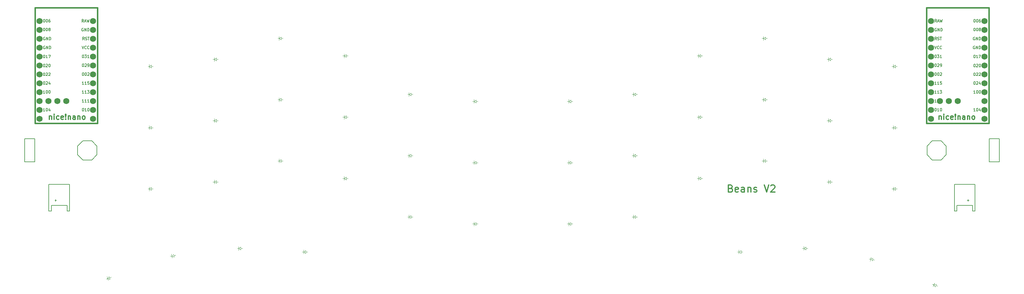
<source format=gbr>
%TF.GenerationSoftware,KiCad,Pcbnew,8.0.4*%
%TF.CreationDate,2024-08-22T13:40:17+01:00*%
%TF.ProjectId,TEST combine v2 left and right,54455354-2063-46f6-9d62-696e65207632,rev?*%
%TF.SameCoordinates,Original*%
%TF.FileFunction,Legend,Top*%
%TF.FilePolarity,Positive*%
%FSLAX46Y46*%
G04 Gerber Fmt 4.6, Leading zero omitted, Abs format (unit mm)*
G04 Created by KiCad (PCBNEW 8.0.4) date 2024-08-22 13:40:17*
%MOMM*%
%LPD*%
G01*
G04 APERTURE LIST*
%ADD10C,0.300000*%
%ADD11C,0.150000*%
%ADD12C,0.100000*%
%ADD13C,0.381000*%
%ADD14C,1.752600*%
G04 APERTURE END LIST*
D10*
X219240229Y-99562017D02*
X219525943Y-99657255D01*
X219525943Y-99657255D02*
X219621181Y-99752493D01*
X219621181Y-99752493D02*
X219716419Y-99942969D01*
X219716419Y-99942969D02*
X219716419Y-100228683D01*
X219716419Y-100228683D02*
X219621181Y-100419159D01*
X219621181Y-100419159D02*
X219525943Y-100514398D01*
X219525943Y-100514398D02*
X219335467Y-100609636D01*
X219335467Y-100609636D02*
X218573562Y-100609636D01*
X218573562Y-100609636D02*
X218573562Y-98609636D01*
X218573562Y-98609636D02*
X219240229Y-98609636D01*
X219240229Y-98609636D02*
X219430705Y-98704874D01*
X219430705Y-98704874D02*
X219525943Y-98800112D01*
X219525943Y-98800112D02*
X219621181Y-98990588D01*
X219621181Y-98990588D02*
X219621181Y-99181064D01*
X219621181Y-99181064D02*
X219525943Y-99371540D01*
X219525943Y-99371540D02*
X219430705Y-99466778D01*
X219430705Y-99466778D02*
X219240229Y-99562017D01*
X219240229Y-99562017D02*
X218573562Y-99562017D01*
X221335467Y-100514398D02*
X221144991Y-100609636D01*
X221144991Y-100609636D02*
X220764038Y-100609636D01*
X220764038Y-100609636D02*
X220573562Y-100514398D01*
X220573562Y-100514398D02*
X220478324Y-100323921D01*
X220478324Y-100323921D02*
X220478324Y-99562017D01*
X220478324Y-99562017D02*
X220573562Y-99371540D01*
X220573562Y-99371540D02*
X220764038Y-99276302D01*
X220764038Y-99276302D02*
X221144991Y-99276302D01*
X221144991Y-99276302D02*
X221335467Y-99371540D01*
X221335467Y-99371540D02*
X221430705Y-99562017D01*
X221430705Y-99562017D02*
X221430705Y-99752493D01*
X221430705Y-99752493D02*
X220478324Y-99942969D01*
X223144991Y-100609636D02*
X223144991Y-99562017D01*
X223144991Y-99562017D02*
X223049753Y-99371540D01*
X223049753Y-99371540D02*
X222859277Y-99276302D01*
X222859277Y-99276302D02*
X222478324Y-99276302D01*
X222478324Y-99276302D02*
X222287848Y-99371540D01*
X223144991Y-100514398D02*
X222954515Y-100609636D01*
X222954515Y-100609636D02*
X222478324Y-100609636D01*
X222478324Y-100609636D02*
X222287848Y-100514398D01*
X222287848Y-100514398D02*
X222192610Y-100323921D01*
X222192610Y-100323921D02*
X222192610Y-100133445D01*
X222192610Y-100133445D02*
X222287848Y-99942969D01*
X222287848Y-99942969D02*
X222478324Y-99847731D01*
X222478324Y-99847731D02*
X222954515Y-99847731D01*
X222954515Y-99847731D02*
X223144991Y-99752493D01*
X224097372Y-99276302D02*
X224097372Y-100609636D01*
X224097372Y-99466778D02*
X224192610Y-99371540D01*
X224192610Y-99371540D02*
X224383086Y-99276302D01*
X224383086Y-99276302D02*
X224668801Y-99276302D01*
X224668801Y-99276302D02*
X224859277Y-99371540D01*
X224859277Y-99371540D02*
X224954515Y-99562017D01*
X224954515Y-99562017D02*
X224954515Y-100609636D01*
X225811658Y-100514398D02*
X226002134Y-100609636D01*
X226002134Y-100609636D02*
X226383086Y-100609636D01*
X226383086Y-100609636D02*
X226573563Y-100514398D01*
X226573563Y-100514398D02*
X226668801Y-100323921D01*
X226668801Y-100323921D02*
X226668801Y-100228683D01*
X226668801Y-100228683D02*
X226573563Y-100038207D01*
X226573563Y-100038207D02*
X226383086Y-99942969D01*
X226383086Y-99942969D02*
X226097372Y-99942969D01*
X226097372Y-99942969D02*
X225906896Y-99847731D01*
X225906896Y-99847731D02*
X225811658Y-99657255D01*
X225811658Y-99657255D02*
X225811658Y-99562017D01*
X225811658Y-99562017D02*
X225906896Y-99371540D01*
X225906896Y-99371540D02*
X226097372Y-99276302D01*
X226097372Y-99276302D02*
X226383086Y-99276302D01*
X226383086Y-99276302D02*
X226573563Y-99371540D01*
X228764040Y-98609636D02*
X229430706Y-100609636D01*
X229430706Y-100609636D02*
X230097373Y-98609636D01*
X230668802Y-98800112D02*
X230764040Y-98704874D01*
X230764040Y-98704874D02*
X230954516Y-98609636D01*
X230954516Y-98609636D02*
X231430707Y-98609636D01*
X231430707Y-98609636D02*
X231621183Y-98704874D01*
X231621183Y-98704874D02*
X231716421Y-98800112D01*
X231716421Y-98800112D02*
X231811659Y-98990588D01*
X231811659Y-98990588D02*
X231811659Y-99181064D01*
X231811659Y-99181064D02*
X231716421Y-99466778D01*
X231716421Y-99466778D02*
X230573564Y-100609636D01*
X230573564Y-100609636D02*
X231811659Y-100609636D01*
D11*
X277562809Y-66532296D02*
X277638999Y-66532296D01*
X277638999Y-66532296D02*
X277715190Y-66570391D01*
X277715190Y-66570391D02*
X277753285Y-66608486D01*
X277753285Y-66608486D02*
X277791380Y-66684677D01*
X277791380Y-66684677D02*
X277829475Y-66837058D01*
X277829475Y-66837058D02*
X277829475Y-67027534D01*
X277829475Y-67027534D02*
X277791380Y-67179915D01*
X277791380Y-67179915D02*
X277753285Y-67256105D01*
X277753285Y-67256105D02*
X277715190Y-67294201D01*
X277715190Y-67294201D02*
X277638999Y-67332296D01*
X277638999Y-67332296D02*
X277562809Y-67332296D01*
X277562809Y-67332296D02*
X277486618Y-67294201D01*
X277486618Y-67294201D02*
X277448523Y-67256105D01*
X277448523Y-67256105D02*
X277410428Y-67179915D01*
X277410428Y-67179915D02*
X277372332Y-67027534D01*
X277372332Y-67027534D02*
X277372332Y-66837058D01*
X277372332Y-66837058D02*
X277410428Y-66684677D01*
X277410428Y-66684677D02*
X277448523Y-66608486D01*
X277448523Y-66608486D02*
X277486618Y-66570391D01*
X277486618Y-66570391D02*
X277562809Y-66532296D01*
X278324714Y-66532296D02*
X278400904Y-66532296D01*
X278400904Y-66532296D02*
X278477095Y-66570391D01*
X278477095Y-66570391D02*
X278515190Y-66608486D01*
X278515190Y-66608486D02*
X278553285Y-66684677D01*
X278553285Y-66684677D02*
X278591380Y-66837058D01*
X278591380Y-66837058D02*
X278591380Y-67027534D01*
X278591380Y-67027534D02*
X278553285Y-67179915D01*
X278553285Y-67179915D02*
X278515190Y-67256105D01*
X278515190Y-67256105D02*
X278477095Y-67294201D01*
X278477095Y-67294201D02*
X278400904Y-67332296D01*
X278400904Y-67332296D02*
X278324714Y-67332296D01*
X278324714Y-67332296D02*
X278248523Y-67294201D01*
X278248523Y-67294201D02*
X278210428Y-67256105D01*
X278210428Y-67256105D02*
X278172333Y-67179915D01*
X278172333Y-67179915D02*
X278134237Y-67027534D01*
X278134237Y-67027534D02*
X278134237Y-66837058D01*
X278134237Y-66837058D02*
X278172333Y-66684677D01*
X278172333Y-66684677D02*
X278210428Y-66608486D01*
X278210428Y-66608486D02*
X278248523Y-66570391D01*
X278248523Y-66570391D02*
X278324714Y-66532296D01*
X278896142Y-66608486D02*
X278934238Y-66570391D01*
X278934238Y-66570391D02*
X279010428Y-66532296D01*
X279010428Y-66532296D02*
X279200904Y-66532296D01*
X279200904Y-66532296D02*
X279277095Y-66570391D01*
X279277095Y-66570391D02*
X279315190Y-66608486D01*
X279315190Y-66608486D02*
X279353285Y-66684677D01*
X279353285Y-66684677D02*
X279353285Y-66760867D01*
X279353285Y-66760867D02*
X279315190Y-66875153D01*
X279315190Y-66875153D02*
X278858047Y-67332296D01*
X278858047Y-67332296D02*
X279353285Y-67332296D01*
X277562809Y-61452296D02*
X277638999Y-61452296D01*
X277638999Y-61452296D02*
X277715190Y-61490391D01*
X277715190Y-61490391D02*
X277753285Y-61528486D01*
X277753285Y-61528486D02*
X277791380Y-61604677D01*
X277791380Y-61604677D02*
X277829475Y-61757058D01*
X277829475Y-61757058D02*
X277829475Y-61947534D01*
X277829475Y-61947534D02*
X277791380Y-62099915D01*
X277791380Y-62099915D02*
X277753285Y-62176105D01*
X277753285Y-62176105D02*
X277715190Y-62214201D01*
X277715190Y-62214201D02*
X277638999Y-62252296D01*
X277638999Y-62252296D02*
X277562809Y-62252296D01*
X277562809Y-62252296D02*
X277486618Y-62214201D01*
X277486618Y-62214201D02*
X277448523Y-62176105D01*
X277448523Y-62176105D02*
X277410428Y-62099915D01*
X277410428Y-62099915D02*
X277372332Y-61947534D01*
X277372332Y-61947534D02*
X277372332Y-61757058D01*
X277372332Y-61757058D02*
X277410428Y-61604677D01*
X277410428Y-61604677D02*
X277448523Y-61528486D01*
X277448523Y-61528486D02*
X277486618Y-61490391D01*
X277486618Y-61490391D02*
X277562809Y-61452296D01*
X278096142Y-61452296D02*
X278591380Y-61452296D01*
X278591380Y-61452296D02*
X278324714Y-61757058D01*
X278324714Y-61757058D02*
X278438999Y-61757058D01*
X278438999Y-61757058D02*
X278515190Y-61795153D01*
X278515190Y-61795153D02*
X278553285Y-61833248D01*
X278553285Y-61833248D02*
X278591380Y-61909439D01*
X278591380Y-61909439D02*
X278591380Y-62099915D01*
X278591380Y-62099915D02*
X278553285Y-62176105D01*
X278553285Y-62176105D02*
X278515190Y-62214201D01*
X278515190Y-62214201D02*
X278438999Y-62252296D01*
X278438999Y-62252296D02*
X278210428Y-62252296D01*
X278210428Y-62252296D02*
X278134237Y-62214201D01*
X278134237Y-62214201D02*
X278096142Y-62176105D01*
X279353285Y-62252296D02*
X278896142Y-62252296D01*
X279124714Y-62252296D02*
X279124714Y-61452296D01*
X279124714Y-61452296D02*
X279048523Y-61566581D01*
X279048523Y-61566581D02*
X278972333Y-61642772D01*
X278972333Y-61642772D02*
X278896142Y-61680867D01*
X288637190Y-61462296D02*
X288713380Y-61462296D01*
X288713380Y-61462296D02*
X288789571Y-61500391D01*
X288789571Y-61500391D02*
X288827666Y-61538486D01*
X288827666Y-61538486D02*
X288865761Y-61614677D01*
X288865761Y-61614677D02*
X288903856Y-61767058D01*
X288903856Y-61767058D02*
X288903856Y-61957534D01*
X288903856Y-61957534D02*
X288865761Y-62109915D01*
X288865761Y-62109915D02*
X288827666Y-62186105D01*
X288827666Y-62186105D02*
X288789571Y-62224201D01*
X288789571Y-62224201D02*
X288713380Y-62262296D01*
X288713380Y-62262296D02*
X288637190Y-62262296D01*
X288637190Y-62262296D02*
X288560999Y-62224201D01*
X288560999Y-62224201D02*
X288522904Y-62186105D01*
X288522904Y-62186105D02*
X288484809Y-62109915D01*
X288484809Y-62109915D02*
X288446713Y-61957534D01*
X288446713Y-61957534D02*
X288446713Y-61767058D01*
X288446713Y-61767058D02*
X288484809Y-61614677D01*
X288484809Y-61614677D02*
X288522904Y-61538486D01*
X288522904Y-61538486D02*
X288560999Y-61500391D01*
X288560999Y-61500391D02*
X288637190Y-61462296D01*
X289665761Y-62262296D02*
X289208618Y-62262296D01*
X289437190Y-62262296D02*
X289437190Y-61462296D01*
X289437190Y-61462296D02*
X289360999Y-61576581D01*
X289360999Y-61576581D02*
X289284809Y-61652772D01*
X289284809Y-61652772D02*
X289208618Y-61690867D01*
X289932428Y-61462296D02*
X290465762Y-61462296D01*
X290465762Y-61462296D02*
X290122904Y-62262296D01*
X277829475Y-72412296D02*
X277372332Y-72412296D01*
X277600904Y-72412296D02*
X277600904Y-71612296D01*
X277600904Y-71612296D02*
X277524713Y-71726581D01*
X277524713Y-71726581D02*
X277448523Y-71802772D01*
X277448523Y-71802772D02*
X277372332Y-71840867D01*
X278591380Y-72412296D02*
X278134237Y-72412296D01*
X278362809Y-72412296D02*
X278362809Y-71612296D01*
X278362809Y-71612296D02*
X278286618Y-71726581D01*
X278286618Y-71726581D02*
X278210428Y-71802772D01*
X278210428Y-71802772D02*
X278134237Y-71840867D01*
X278858047Y-71612296D02*
X279353285Y-71612296D01*
X279353285Y-71612296D02*
X279086619Y-71917058D01*
X279086619Y-71917058D02*
X279200904Y-71917058D01*
X279200904Y-71917058D02*
X279277095Y-71955153D01*
X279277095Y-71955153D02*
X279315190Y-71993248D01*
X279315190Y-71993248D02*
X279353285Y-72069439D01*
X279353285Y-72069439D02*
X279353285Y-72259915D01*
X279353285Y-72259915D02*
X279315190Y-72336105D01*
X279315190Y-72336105D02*
X279277095Y-72374201D01*
X279277095Y-72374201D02*
X279200904Y-72412296D01*
X279200904Y-72412296D02*
X278972333Y-72412296D01*
X278972333Y-72412296D02*
X278896142Y-72374201D01*
X278896142Y-72374201D02*
X278858047Y-72336105D01*
X288637190Y-53762296D02*
X288713380Y-53762296D01*
X288713380Y-53762296D02*
X288789571Y-53800391D01*
X288789571Y-53800391D02*
X288827666Y-53838486D01*
X288827666Y-53838486D02*
X288865761Y-53914677D01*
X288865761Y-53914677D02*
X288903856Y-54067058D01*
X288903856Y-54067058D02*
X288903856Y-54257534D01*
X288903856Y-54257534D02*
X288865761Y-54409915D01*
X288865761Y-54409915D02*
X288827666Y-54486105D01*
X288827666Y-54486105D02*
X288789571Y-54524201D01*
X288789571Y-54524201D02*
X288713380Y-54562296D01*
X288713380Y-54562296D02*
X288637190Y-54562296D01*
X288637190Y-54562296D02*
X288560999Y-54524201D01*
X288560999Y-54524201D02*
X288522904Y-54486105D01*
X288522904Y-54486105D02*
X288484809Y-54409915D01*
X288484809Y-54409915D02*
X288446713Y-54257534D01*
X288446713Y-54257534D02*
X288446713Y-54067058D01*
X288446713Y-54067058D02*
X288484809Y-53914677D01*
X288484809Y-53914677D02*
X288522904Y-53838486D01*
X288522904Y-53838486D02*
X288560999Y-53800391D01*
X288560999Y-53800391D02*
X288637190Y-53762296D01*
X289399095Y-53762296D02*
X289475285Y-53762296D01*
X289475285Y-53762296D02*
X289551476Y-53800391D01*
X289551476Y-53800391D02*
X289589571Y-53838486D01*
X289589571Y-53838486D02*
X289627666Y-53914677D01*
X289627666Y-53914677D02*
X289665761Y-54067058D01*
X289665761Y-54067058D02*
X289665761Y-54257534D01*
X289665761Y-54257534D02*
X289627666Y-54409915D01*
X289627666Y-54409915D02*
X289589571Y-54486105D01*
X289589571Y-54486105D02*
X289551476Y-54524201D01*
X289551476Y-54524201D02*
X289475285Y-54562296D01*
X289475285Y-54562296D02*
X289399095Y-54562296D01*
X289399095Y-54562296D02*
X289322904Y-54524201D01*
X289322904Y-54524201D02*
X289284809Y-54486105D01*
X289284809Y-54486105D02*
X289246714Y-54409915D01*
X289246714Y-54409915D02*
X289208618Y-54257534D01*
X289208618Y-54257534D02*
X289208618Y-54067058D01*
X289208618Y-54067058D02*
X289246714Y-53914677D01*
X289246714Y-53914677D02*
X289284809Y-53838486D01*
X289284809Y-53838486D02*
X289322904Y-53800391D01*
X289322904Y-53800391D02*
X289399095Y-53762296D01*
X290122904Y-54105153D02*
X290046714Y-54067058D01*
X290046714Y-54067058D02*
X290008619Y-54028962D01*
X290008619Y-54028962D02*
X289970523Y-53952772D01*
X289970523Y-53952772D02*
X289970523Y-53914677D01*
X289970523Y-53914677D02*
X290008619Y-53838486D01*
X290008619Y-53838486D02*
X290046714Y-53800391D01*
X290046714Y-53800391D02*
X290122904Y-53762296D01*
X290122904Y-53762296D02*
X290275285Y-53762296D01*
X290275285Y-53762296D02*
X290351476Y-53800391D01*
X290351476Y-53800391D02*
X290389571Y-53838486D01*
X290389571Y-53838486D02*
X290427666Y-53914677D01*
X290427666Y-53914677D02*
X290427666Y-53952772D01*
X290427666Y-53952772D02*
X290389571Y-54028962D01*
X290389571Y-54028962D02*
X290351476Y-54067058D01*
X290351476Y-54067058D02*
X290275285Y-54105153D01*
X290275285Y-54105153D02*
X290122904Y-54105153D01*
X290122904Y-54105153D02*
X290046714Y-54143248D01*
X290046714Y-54143248D02*
X290008619Y-54181343D01*
X290008619Y-54181343D02*
X289970523Y-54257534D01*
X289970523Y-54257534D02*
X289970523Y-54409915D01*
X289970523Y-54409915D02*
X290008619Y-54486105D01*
X290008619Y-54486105D02*
X290046714Y-54524201D01*
X290046714Y-54524201D02*
X290122904Y-54562296D01*
X290122904Y-54562296D02*
X290275285Y-54562296D01*
X290275285Y-54562296D02*
X290351476Y-54524201D01*
X290351476Y-54524201D02*
X290389571Y-54486105D01*
X290389571Y-54486105D02*
X290427666Y-54409915D01*
X290427666Y-54409915D02*
X290427666Y-54257534D01*
X290427666Y-54257534D02*
X290389571Y-54181343D01*
X290389571Y-54181343D02*
X290351476Y-54143248D01*
X290351476Y-54143248D02*
X290275285Y-54105153D01*
D10*
X278610285Y-78840329D02*
X278610285Y-79840329D01*
X278610285Y-78983186D02*
X278681714Y-78911758D01*
X278681714Y-78911758D02*
X278824571Y-78840329D01*
X278824571Y-78840329D02*
X279038857Y-78840329D01*
X279038857Y-78840329D02*
X279181714Y-78911758D01*
X279181714Y-78911758D02*
X279253143Y-79054615D01*
X279253143Y-79054615D02*
X279253143Y-79840329D01*
X279967428Y-79840329D02*
X279967428Y-78840329D01*
X279967428Y-78340329D02*
X279896000Y-78411758D01*
X279896000Y-78411758D02*
X279967428Y-78483186D01*
X279967428Y-78483186D02*
X280038857Y-78411758D01*
X280038857Y-78411758D02*
X279967428Y-78340329D01*
X279967428Y-78340329D02*
X279967428Y-78483186D01*
X281324572Y-79768901D02*
X281181714Y-79840329D01*
X281181714Y-79840329D02*
X280896000Y-79840329D01*
X280896000Y-79840329D02*
X280753143Y-79768901D01*
X280753143Y-79768901D02*
X280681714Y-79697472D01*
X280681714Y-79697472D02*
X280610286Y-79554615D01*
X280610286Y-79554615D02*
X280610286Y-79126043D01*
X280610286Y-79126043D02*
X280681714Y-78983186D01*
X280681714Y-78983186D02*
X280753143Y-78911758D01*
X280753143Y-78911758D02*
X280896000Y-78840329D01*
X280896000Y-78840329D02*
X281181714Y-78840329D01*
X281181714Y-78840329D02*
X281324572Y-78911758D01*
X282538857Y-79768901D02*
X282396000Y-79840329D01*
X282396000Y-79840329D02*
X282110286Y-79840329D01*
X282110286Y-79840329D02*
X281967428Y-79768901D01*
X281967428Y-79768901D02*
X281896000Y-79626043D01*
X281896000Y-79626043D02*
X281896000Y-79054615D01*
X281896000Y-79054615D02*
X281967428Y-78911758D01*
X281967428Y-78911758D02*
X282110286Y-78840329D01*
X282110286Y-78840329D02*
X282396000Y-78840329D01*
X282396000Y-78840329D02*
X282538857Y-78911758D01*
X282538857Y-78911758D02*
X282610286Y-79054615D01*
X282610286Y-79054615D02*
X282610286Y-79197472D01*
X282610286Y-79197472D02*
X281896000Y-79340329D01*
X283253142Y-79697472D02*
X283324571Y-79768901D01*
X283324571Y-79768901D02*
X283253142Y-79840329D01*
X283253142Y-79840329D02*
X283181714Y-79768901D01*
X283181714Y-79768901D02*
X283253142Y-79697472D01*
X283253142Y-79697472D02*
X283253142Y-79840329D01*
X283253142Y-79268901D02*
X283181714Y-78411758D01*
X283181714Y-78411758D02*
X283253142Y-78340329D01*
X283253142Y-78340329D02*
X283324571Y-78411758D01*
X283324571Y-78411758D02*
X283253142Y-79268901D01*
X283253142Y-79268901D02*
X283253142Y-78340329D01*
X283967428Y-78840329D02*
X283967428Y-79840329D01*
X283967428Y-78983186D02*
X284038857Y-78911758D01*
X284038857Y-78911758D02*
X284181714Y-78840329D01*
X284181714Y-78840329D02*
X284396000Y-78840329D01*
X284396000Y-78840329D02*
X284538857Y-78911758D01*
X284538857Y-78911758D02*
X284610286Y-79054615D01*
X284610286Y-79054615D02*
X284610286Y-79840329D01*
X285967429Y-79840329D02*
X285967429Y-79054615D01*
X285967429Y-79054615D02*
X285896000Y-78911758D01*
X285896000Y-78911758D02*
X285753143Y-78840329D01*
X285753143Y-78840329D02*
X285467429Y-78840329D01*
X285467429Y-78840329D02*
X285324571Y-78911758D01*
X285967429Y-79768901D02*
X285824571Y-79840329D01*
X285824571Y-79840329D02*
X285467429Y-79840329D01*
X285467429Y-79840329D02*
X285324571Y-79768901D01*
X285324571Y-79768901D02*
X285253143Y-79626043D01*
X285253143Y-79626043D02*
X285253143Y-79483186D01*
X285253143Y-79483186D02*
X285324571Y-79340329D01*
X285324571Y-79340329D02*
X285467429Y-79268901D01*
X285467429Y-79268901D02*
X285824571Y-79268901D01*
X285824571Y-79268901D02*
X285967429Y-79197472D01*
X286681714Y-78840329D02*
X286681714Y-79840329D01*
X286681714Y-78983186D02*
X286753143Y-78911758D01*
X286753143Y-78911758D02*
X286896000Y-78840329D01*
X286896000Y-78840329D02*
X287110286Y-78840329D01*
X287110286Y-78840329D02*
X287253143Y-78911758D01*
X287253143Y-78911758D02*
X287324572Y-79054615D01*
X287324572Y-79054615D02*
X287324572Y-79840329D01*
X288253143Y-79840329D02*
X288110286Y-79768901D01*
X288110286Y-79768901D02*
X288038857Y-79697472D01*
X288038857Y-79697472D02*
X287967429Y-79554615D01*
X287967429Y-79554615D02*
X287967429Y-79126043D01*
X287967429Y-79126043D02*
X288038857Y-78983186D01*
X288038857Y-78983186D02*
X288110286Y-78911758D01*
X288110286Y-78911758D02*
X288253143Y-78840329D01*
X288253143Y-78840329D02*
X288467429Y-78840329D01*
X288467429Y-78840329D02*
X288610286Y-78911758D01*
X288610286Y-78911758D02*
X288681715Y-78983186D01*
X288681715Y-78983186D02*
X288753143Y-79126043D01*
X288753143Y-79126043D02*
X288753143Y-79554615D01*
X288753143Y-79554615D02*
X288681715Y-79697472D01*
X288681715Y-79697472D02*
X288610286Y-79768901D01*
X288610286Y-79768901D02*
X288467429Y-79840329D01*
X288467429Y-79840329D02*
X288253143Y-79840329D01*
D11*
X277829475Y-74952296D02*
X277372332Y-74952296D01*
X277600904Y-74952296D02*
X277600904Y-74152296D01*
X277600904Y-74152296D02*
X277524713Y-74266581D01*
X277524713Y-74266581D02*
X277448523Y-74342772D01*
X277448523Y-74342772D02*
X277372332Y-74380867D01*
X278591380Y-74952296D02*
X278134237Y-74952296D01*
X278362809Y-74952296D02*
X278362809Y-74152296D01*
X278362809Y-74152296D02*
X278286618Y-74266581D01*
X278286618Y-74266581D02*
X278210428Y-74342772D01*
X278210428Y-74342772D02*
X278134237Y-74380867D01*
X279353285Y-74952296D02*
X278896142Y-74952296D01*
X279124714Y-74952296D02*
X279124714Y-74152296D01*
X279124714Y-74152296D02*
X279048523Y-74266581D01*
X279048523Y-74266581D02*
X278972333Y-74342772D01*
X278972333Y-74342772D02*
X278896142Y-74380867D01*
X288751476Y-56410391D02*
X288675286Y-56372296D01*
X288675286Y-56372296D02*
X288561000Y-56372296D01*
X288561000Y-56372296D02*
X288446714Y-56410391D01*
X288446714Y-56410391D02*
X288370524Y-56486581D01*
X288370524Y-56486581D02*
X288332429Y-56562772D01*
X288332429Y-56562772D02*
X288294333Y-56715153D01*
X288294333Y-56715153D02*
X288294333Y-56829439D01*
X288294333Y-56829439D02*
X288332429Y-56981820D01*
X288332429Y-56981820D02*
X288370524Y-57058010D01*
X288370524Y-57058010D02*
X288446714Y-57134201D01*
X288446714Y-57134201D02*
X288561000Y-57172296D01*
X288561000Y-57172296D02*
X288637191Y-57172296D01*
X288637191Y-57172296D02*
X288751476Y-57134201D01*
X288751476Y-57134201D02*
X288789572Y-57096105D01*
X288789572Y-57096105D02*
X288789572Y-56829439D01*
X288789572Y-56829439D02*
X288637191Y-56829439D01*
X289132429Y-57172296D02*
X289132429Y-56372296D01*
X289132429Y-56372296D02*
X289589572Y-57172296D01*
X289589572Y-57172296D02*
X289589572Y-56372296D01*
X289970524Y-57172296D02*
X289970524Y-56372296D01*
X289970524Y-56372296D02*
X290161000Y-56372296D01*
X290161000Y-56372296D02*
X290275286Y-56410391D01*
X290275286Y-56410391D02*
X290351476Y-56486581D01*
X290351476Y-56486581D02*
X290389571Y-56562772D01*
X290389571Y-56562772D02*
X290427667Y-56715153D01*
X290427667Y-56715153D02*
X290427667Y-56829439D01*
X290427667Y-56829439D02*
X290389571Y-56981820D01*
X290389571Y-56981820D02*
X290351476Y-57058010D01*
X290351476Y-57058010D02*
X290275286Y-57134201D01*
X290275286Y-57134201D02*
X290161000Y-57172296D01*
X290161000Y-57172296D02*
X289970524Y-57172296D01*
X288637190Y-51292296D02*
X288713380Y-51292296D01*
X288713380Y-51292296D02*
X288789571Y-51330391D01*
X288789571Y-51330391D02*
X288827666Y-51368486D01*
X288827666Y-51368486D02*
X288865761Y-51444677D01*
X288865761Y-51444677D02*
X288903856Y-51597058D01*
X288903856Y-51597058D02*
X288903856Y-51787534D01*
X288903856Y-51787534D02*
X288865761Y-51939915D01*
X288865761Y-51939915D02*
X288827666Y-52016105D01*
X288827666Y-52016105D02*
X288789571Y-52054201D01*
X288789571Y-52054201D02*
X288713380Y-52092296D01*
X288713380Y-52092296D02*
X288637190Y-52092296D01*
X288637190Y-52092296D02*
X288560999Y-52054201D01*
X288560999Y-52054201D02*
X288522904Y-52016105D01*
X288522904Y-52016105D02*
X288484809Y-51939915D01*
X288484809Y-51939915D02*
X288446713Y-51787534D01*
X288446713Y-51787534D02*
X288446713Y-51597058D01*
X288446713Y-51597058D02*
X288484809Y-51444677D01*
X288484809Y-51444677D02*
X288522904Y-51368486D01*
X288522904Y-51368486D02*
X288560999Y-51330391D01*
X288560999Y-51330391D02*
X288637190Y-51292296D01*
X289399095Y-51292296D02*
X289475285Y-51292296D01*
X289475285Y-51292296D02*
X289551476Y-51330391D01*
X289551476Y-51330391D02*
X289589571Y-51368486D01*
X289589571Y-51368486D02*
X289627666Y-51444677D01*
X289627666Y-51444677D02*
X289665761Y-51597058D01*
X289665761Y-51597058D02*
X289665761Y-51787534D01*
X289665761Y-51787534D02*
X289627666Y-51939915D01*
X289627666Y-51939915D02*
X289589571Y-52016105D01*
X289589571Y-52016105D02*
X289551476Y-52054201D01*
X289551476Y-52054201D02*
X289475285Y-52092296D01*
X289475285Y-52092296D02*
X289399095Y-52092296D01*
X289399095Y-52092296D02*
X289322904Y-52054201D01*
X289322904Y-52054201D02*
X289284809Y-52016105D01*
X289284809Y-52016105D02*
X289246714Y-51939915D01*
X289246714Y-51939915D02*
X289208618Y-51787534D01*
X289208618Y-51787534D02*
X289208618Y-51597058D01*
X289208618Y-51597058D02*
X289246714Y-51444677D01*
X289246714Y-51444677D02*
X289284809Y-51368486D01*
X289284809Y-51368486D02*
X289322904Y-51330391D01*
X289322904Y-51330391D02*
X289399095Y-51292296D01*
X290351476Y-51292296D02*
X290199095Y-51292296D01*
X290199095Y-51292296D02*
X290122904Y-51330391D01*
X290122904Y-51330391D02*
X290084809Y-51368486D01*
X290084809Y-51368486D02*
X290008619Y-51482772D01*
X290008619Y-51482772D02*
X289970523Y-51635153D01*
X289970523Y-51635153D02*
X289970523Y-51939915D01*
X289970523Y-51939915D02*
X290008619Y-52016105D01*
X290008619Y-52016105D02*
X290046714Y-52054201D01*
X290046714Y-52054201D02*
X290122904Y-52092296D01*
X290122904Y-52092296D02*
X290275285Y-52092296D01*
X290275285Y-52092296D02*
X290351476Y-52054201D01*
X290351476Y-52054201D02*
X290389571Y-52016105D01*
X290389571Y-52016105D02*
X290427666Y-51939915D01*
X290427666Y-51939915D02*
X290427666Y-51749439D01*
X290427666Y-51749439D02*
X290389571Y-51673248D01*
X290389571Y-51673248D02*
X290351476Y-51635153D01*
X290351476Y-51635153D02*
X290275285Y-51597058D01*
X290275285Y-51597058D02*
X290122904Y-51597058D01*
X290122904Y-51597058D02*
X290046714Y-51635153D01*
X290046714Y-51635153D02*
X290008619Y-51673248D01*
X290008619Y-51673248D02*
X289970523Y-51749439D01*
X277562809Y-63992296D02*
X277638999Y-63992296D01*
X277638999Y-63992296D02*
X277715190Y-64030391D01*
X277715190Y-64030391D02*
X277753285Y-64068486D01*
X277753285Y-64068486D02*
X277791380Y-64144677D01*
X277791380Y-64144677D02*
X277829475Y-64297058D01*
X277829475Y-64297058D02*
X277829475Y-64487534D01*
X277829475Y-64487534D02*
X277791380Y-64639915D01*
X277791380Y-64639915D02*
X277753285Y-64716105D01*
X277753285Y-64716105D02*
X277715190Y-64754201D01*
X277715190Y-64754201D02*
X277638999Y-64792296D01*
X277638999Y-64792296D02*
X277562809Y-64792296D01*
X277562809Y-64792296D02*
X277486618Y-64754201D01*
X277486618Y-64754201D02*
X277448523Y-64716105D01*
X277448523Y-64716105D02*
X277410428Y-64639915D01*
X277410428Y-64639915D02*
X277372332Y-64487534D01*
X277372332Y-64487534D02*
X277372332Y-64297058D01*
X277372332Y-64297058D02*
X277410428Y-64144677D01*
X277410428Y-64144677D02*
X277448523Y-64068486D01*
X277448523Y-64068486D02*
X277486618Y-64030391D01*
X277486618Y-64030391D02*
X277562809Y-63992296D01*
X278134237Y-64068486D02*
X278172333Y-64030391D01*
X278172333Y-64030391D02*
X278248523Y-63992296D01*
X278248523Y-63992296D02*
X278438999Y-63992296D01*
X278438999Y-63992296D02*
X278515190Y-64030391D01*
X278515190Y-64030391D02*
X278553285Y-64068486D01*
X278553285Y-64068486D02*
X278591380Y-64144677D01*
X278591380Y-64144677D02*
X278591380Y-64220867D01*
X278591380Y-64220867D02*
X278553285Y-64335153D01*
X278553285Y-64335153D02*
X278096142Y-64792296D01*
X278096142Y-64792296D02*
X278591380Y-64792296D01*
X278972333Y-64792296D02*
X279124714Y-64792296D01*
X279124714Y-64792296D02*
X279200904Y-64754201D01*
X279200904Y-64754201D02*
X279239000Y-64716105D01*
X279239000Y-64716105D02*
X279315190Y-64601820D01*
X279315190Y-64601820D02*
X279353285Y-64449439D01*
X279353285Y-64449439D02*
X279353285Y-64144677D01*
X279353285Y-64144677D02*
X279315190Y-64068486D01*
X279315190Y-64068486D02*
X279277095Y-64030391D01*
X279277095Y-64030391D02*
X279200904Y-63992296D01*
X279200904Y-63992296D02*
X279048523Y-63992296D01*
X279048523Y-63992296D02*
X278972333Y-64030391D01*
X278972333Y-64030391D02*
X278934238Y-64068486D01*
X278934238Y-64068486D02*
X278896142Y-64144677D01*
X278896142Y-64144677D02*
X278896142Y-64335153D01*
X278896142Y-64335153D02*
X278934238Y-64411343D01*
X278934238Y-64411343D02*
X278972333Y-64449439D01*
X278972333Y-64449439D02*
X279048523Y-64487534D01*
X279048523Y-64487534D02*
X279200904Y-64487534D01*
X279200904Y-64487534D02*
X279277095Y-64449439D01*
X279277095Y-64449439D02*
X279315190Y-64411343D01*
X279315190Y-64411343D02*
X279353285Y-64335153D01*
X288637190Y-66562296D02*
X288713380Y-66562296D01*
X288713380Y-66562296D02*
X288789571Y-66600391D01*
X288789571Y-66600391D02*
X288827666Y-66638486D01*
X288827666Y-66638486D02*
X288865761Y-66714677D01*
X288865761Y-66714677D02*
X288903856Y-66867058D01*
X288903856Y-66867058D02*
X288903856Y-67057534D01*
X288903856Y-67057534D02*
X288865761Y-67209915D01*
X288865761Y-67209915D02*
X288827666Y-67286105D01*
X288827666Y-67286105D02*
X288789571Y-67324201D01*
X288789571Y-67324201D02*
X288713380Y-67362296D01*
X288713380Y-67362296D02*
X288637190Y-67362296D01*
X288637190Y-67362296D02*
X288560999Y-67324201D01*
X288560999Y-67324201D02*
X288522904Y-67286105D01*
X288522904Y-67286105D02*
X288484809Y-67209915D01*
X288484809Y-67209915D02*
X288446713Y-67057534D01*
X288446713Y-67057534D02*
X288446713Y-66867058D01*
X288446713Y-66867058D02*
X288484809Y-66714677D01*
X288484809Y-66714677D02*
X288522904Y-66638486D01*
X288522904Y-66638486D02*
X288560999Y-66600391D01*
X288560999Y-66600391D02*
X288637190Y-66562296D01*
X289208618Y-66638486D02*
X289246714Y-66600391D01*
X289246714Y-66600391D02*
X289322904Y-66562296D01*
X289322904Y-66562296D02*
X289513380Y-66562296D01*
X289513380Y-66562296D02*
X289589571Y-66600391D01*
X289589571Y-66600391D02*
X289627666Y-66638486D01*
X289627666Y-66638486D02*
X289665761Y-66714677D01*
X289665761Y-66714677D02*
X289665761Y-66790867D01*
X289665761Y-66790867D02*
X289627666Y-66905153D01*
X289627666Y-66905153D02*
X289170523Y-67362296D01*
X289170523Y-67362296D02*
X289665761Y-67362296D01*
X289970523Y-66638486D02*
X290008619Y-66600391D01*
X290008619Y-66600391D02*
X290084809Y-66562296D01*
X290084809Y-66562296D02*
X290275285Y-66562296D01*
X290275285Y-66562296D02*
X290351476Y-66600391D01*
X290351476Y-66600391D02*
X290389571Y-66638486D01*
X290389571Y-66638486D02*
X290427666Y-66714677D01*
X290427666Y-66714677D02*
X290427666Y-66790867D01*
X290427666Y-66790867D02*
X290389571Y-66905153D01*
X290389571Y-66905153D02*
X289932428Y-67362296D01*
X289932428Y-67362296D02*
X290427666Y-67362296D01*
X288903856Y-72412296D02*
X288446713Y-72412296D01*
X288675285Y-72412296D02*
X288675285Y-71612296D01*
X288675285Y-71612296D02*
X288599094Y-71726581D01*
X288599094Y-71726581D02*
X288522904Y-71802772D01*
X288522904Y-71802772D02*
X288446713Y-71840867D01*
X289399095Y-71612296D02*
X289475285Y-71612296D01*
X289475285Y-71612296D02*
X289551476Y-71650391D01*
X289551476Y-71650391D02*
X289589571Y-71688486D01*
X289589571Y-71688486D02*
X289627666Y-71764677D01*
X289627666Y-71764677D02*
X289665761Y-71917058D01*
X289665761Y-71917058D02*
X289665761Y-72107534D01*
X289665761Y-72107534D02*
X289627666Y-72259915D01*
X289627666Y-72259915D02*
X289589571Y-72336105D01*
X289589571Y-72336105D02*
X289551476Y-72374201D01*
X289551476Y-72374201D02*
X289475285Y-72412296D01*
X289475285Y-72412296D02*
X289399095Y-72412296D01*
X289399095Y-72412296D02*
X289322904Y-72374201D01*
X289322904Y-72374201D02*
X289284809Y-72336105D01*
X289284809Y-72336105D02*
X289246714Y-72259915D01*
X289246714Y-72259915D02*
X289208618Y-72107534D01*
X289208618Y-72107534D02*
X289208618Y-71917058D01*
X289208618Y-71917058D02*
X289246714Y-71764677D01*
X289246714Y-71764677D02*
X289284809Y-71688486D01*
X289284809Y-71688486D02*
X289322904Y-71650391D01*
X289322904Y-71650391D02*
X289399095Y-71612296D01*
X290161000Y-71612296D02*
X290237190Y-71612296D01*
X290237190Y-71612296D02*
X290313381Y-71650391D01*
X290313381Y-71650391D02*
X290351476Y-71688486D01*
X290351476Y-71688486D02*
X290389571Y-71764677D01*
X290389571Y-71764677D02*
X290427666Y-71917058D01*
X290427666Y-71917058D02*
X290427666Y-72107534D01*
X290427666Y-72107534D02*
X290389571Y-72259915D01*
X290389571Y-72259915D02*
X290351476Y-72336105D01*
X290351476Y-72336105D02*
X290313381Y-72374201D01*
X290313381Y-72374201D02*
X290237190Y-72412296D01*
X290237190Y-72412296D02*
X290161000Y-72412296D01*
X290161000Y-72412296D02*
X290084809Y-72374201D01*
X290084809Y-72374201D02*
X290046714Y-72336105D01*
X290046714Y-72336105D02*
X290008619Y-72259915D01*
X290008619Y-72259915D02*
X289970523Y-72107534D01*
X289970523Y-72107534D02*
X289970523Y-71917058D01*
X289970523Y-71917058D02*
X290008619Y-71764677D01*
X290008619Y-71764677D02*
X290046714Y-71688486D01*
X290046714Y-71688486D02*
X290084809Y-71650391D01*
X290084809Y-71650391D02*
X290161000Y-71612296D01*
X277296142Y-58912296D02*
X277562809Y-59712296D01*
X277562809Y-59712296D02*
X277829475Y-58912296D01*
X278553285Y-59636105D02*
X278515189Y-59674201D01*
X278515189Y-59674201D02*
X278400904Y-59712296D01*
X278400904Y-59712296D02*
X278324713Y-59712296D01*
X278324713Y-59712296D02*
X278210427Y-59674201D01*
X278210427Y-59674201D02*
X278134237Y-59598010D01*
X278134237Y-59598010D02*
X278096142Y-59521820D01*
X278096142Y-59521820D02*
X278058046Y-59369439D01*
X278058046Y-59369439D02*
X278058046Y-59255153D01*
X278058046Y-59255153D02*
X278096142Y-59102772D01*
X278096142Y-59102772D02*
X278134237Y-59026581D01*
X278134237Y-59026581D02*
X278210427Y-58950391D01*
X278210427Y-58950391D02*
X278324713Y-58912296D01*
X278324713Y-58912296D02*
X278400904Y-58912296D01*
X278400904Y-58912296D02*
X278515189Y-58950391D01*
X278515189Y-58950391D02*
X278553285Y-58988486D01*
X279353285Y-59636105D02*
X279315189Y-59674201D01*
X279315189Y-59674201D02*
X279200904Y-59712296D01*
X279200904Y-59712296D02*
X279124713Y-59712296D01*
X279124713Y-59712296D02*
X279010427Y-59674201D01*
X279010427Y-59674201D02*
X278934237Y-59598010D01*
X278934237Y-59598010D02*
X278896142Y-59521820D01*
X278896142Y-59521820D02*
X278858046Y-59369439D01*
X278858046Y-59369439D02*
X278858046Y-59255153D01*
X278858046Y-59255153D02*
X278896142Y-59102772D01*
X278896142Y-59102772D02*
X278934237Y-59026581D01*
X278934237Y-59026581D02*
X279010427Y-58950391D01*
X279010427Y-58950391D02*
X279124713Y-58912296D01*
X279124713Y-58912296D02*
X279200904Y-58912296D01*
X279200904Y-58912296D02*
X279315189Y-58950391D01*
X279315189Y-58950391D02*
X279353285Y-58988486D01*
X277873905Y-57172296D02*
X277607238Y-56791343D01*
X277416762Y-57172296D02*
X277416762Y-56372296D01*
X277416762Y-56372296D02*
X277721524Y-56372296D01*
X277721524Y-56372296D02*
X277797714Y-56410391D01*
X277797714Y-56410391D02*
X277835809Y-56448486D01*
X277835809Y-56448486D02*
X277873905Y-56524677D01*
X277873905Y-56524677D02*
X277873905Y-56638962D01*
X277873905Y-56638962D02*
X277835809Y-56715153D01*
X277835809Y-56715153D02*
X277797714Y-56753248D01*
X277797714Y-56753248D02*
X277721524Y-56791343D01*
X277721524Y-56791343D02*
X277416762Y-56791343D01*
X278178666Y-57134201D02*
X278292952Y-57172296D01*
X278292952Y-57172296D02*
X278483428Y-57172296D01*
X278483428Y-57172296D02*
X278559619Y-57134201D01*
X278559619Y-57134201D02*
X278597714Y-57096105D01*
X278597714Y-57096105D02*
X278635809Y-57019915D01*
X278635809Y-57019915D02*
X278635809Y-56943724D01*
X278635809Y-56943724D02*
X278597714Y-56867534D01*
X278597714Y-56867534D02*
X278559619Y-56829439D01*
X278559619Y-56829439D02*
X278483428Y-56791343D01*
X278483428Y-56791343D02*
X278331047Y-56753248D01*
X278331047Y-56753248D02*
X278254857Y-56715153D01*
X278254857Y-56715153D02*
X278216762Y-56677058D01*
X278216762Y-56677058D02*
X278178666Y-56600867D01*
X278178666Y-56600867D02*
X278178666Y-56524677D01*
X278178666Y-56524677D02*
X278216762Y-56448486D01*
X278216762Y-56448486D02*
X278254857Y-56410391D01*
X278254857Y-56410391D02*
X278331047Y-56372296D01*
X278331047Y-56372296D02*
X278521524Y-56372296D01*
X278521524Y-56372296D02*
X278635809Y-56410391D01*
X278864381Y-56372296D02*
X279321524Y-56372296D01*
X279092952Y-57172296D02*
X279092952Y-56372296D01*
X288751475Y-58950391D02*
X288675285Y-58912296D01*
X288675285Y-58912296D02*
X288560999Y-58912296D01*
X288560999Y-58912296D02*
X288446713Y-58950391D01*
X288446713Y-58950391D02*
X288370523Y-59026581D01*
X288370523Y-59026581D02*
X288332428Y-59102772D01*
X288332428Y-59102772D02*
X288294332Y-59255153D01*
X288294332Y-59255153D02*
X288294332Y-59369439D01*
X288294332Y-59369439D02*
X288332428Y-59521820D01*
X288332428Y-59521820D02*
X288370523Y-59598010D01*
X288370523Y-59598010D02*
X288446713Y-59674201D01*
X288446713Y-59674201D02*
X288560999Y-59712296D01*
X288560999Y-59712296D02*
X288637190Y-59712296D01*
X288637190Y-59712296D02*
X288751475Y-59674201D01*
X288751475Y-59674201D02*
X288789571Y-59636105D01*
X288789571Y-59636105D02*
X288789571Y-59369439D01*
X288789571Y-59369439D02*
X288637190Y-59369439D01*
X289132428Y-59712296D02*
X289132428Y-58912296D01*
X289132428Y-58912296D02*
X289589571Y-59712296D01*
X289589571Y-59712296D02*
X289589571Y-58912296D01*
X289970523Y-59712296D02*
X289970523Y-58912296D01*
X289970523Y-58912296D02*
X290160999Y-58912296D01*
X290160999Y-58912296D02*
X290275285Y-58950391D01*
X290275285Y-58950391D02*
X290351475Y-59026581D01*
X290351475Y-59026581D02*
X290389570Y-59102772D01*
X290389570Y-59102772D02*
X290427666Y-59255153D01*
X290427666Y-59255153D02*
X290427666Y-59369439D01*
X290427666Y-59369439D02*
X290389570Y-59521820D01*
X290389570Y-59521820D02*
X290351475Y-59598010D01*
X290351475Y-59598010D02*
X290275285Y-59674201D01*
X290275285Y-59674201D02*
X290160999Y-59712296D01*
X290160999Y-59712296D02*
X289970523Y-59712296D01*
X277873904Y-52092296D02*
X277607237Y-51711343D01*
X277416761Y-52092296D02*
X277416761Y-51292296D01*
X277416761Y-51292296D02*
X277721523Y-51292296D01*
X277721523Y-51292296D02*
X277797713Y-51330391D01*
X277797713Y-51330391D02*
X277835808Y-51368486D01*
X277835808Y-51368486D02*
X277873904Y-51444677D01*
X277873904Y-51444677D02*
X277873904Y-51558962D01*
X277873904Y-51558962D02*
X277835808Y-51635153D01*
X277835808Y-51635153D02*
X277797713Y-51673248D01*
X277797713Y-51673248D02*
X277721523Y-51711343D01*
X277721523Y-51711343D02*
X277416761Y-51711343D01*
X278178665Y-51863724D02*
X278559618Y-51863724D01*
X278102475Y-52092296D02*
X278369142Y-51292296D01*
X278369142Y-51292296D02*
X278635808Y-52092296D01*
X278826284Y-51292296D02*
X279016760Y-52092296D01*
X279016760Y-52092296D02*
X279169141Y-51520867D01*
X279169141Y-51520867D02*
X279321522Y-52092296D01*
X279321522Y-52092296D02*
X279511999Y-51292296D01*
X277835809Y-53870391D02*
X277759619Y-53832296D01*
X277759619Y-53832296D02*
X277645333Y-53832296D01*
X277645333Y-53832296D02*
X277531047Y-53870391D01*
X277531047Y-53870391D02*
X277454857Y-53946581D01*
X277454857Y-53946581D02*
X277416762Y-54022772D01*
X277416762Y-54022772D02*
X277378666Y-54175153D01*
X277378666Y-54175153D02*
X277378666Y-54289439D01*
X277378666Y-54289439D02*
X277416762Y-54441820D01*
X277416762Y-54441820D02*
X277454857Y-54518010D01*
X277454857Y-54518010D02*
X277531047Y-54594201D01*
X277531047Y-54594201D02*
X277645333Y-54632296D01*
X277645333Y-54632296D02*
X277721524Y-54632296D01*
X277721524Y-54632296D02*
X277835809Y-54594201D01*
X277835809Y-54594201D02*
X277873905Y-54556105D01*
X277873905Y-54556105D02*
X277873905Y-54289439D01*
X277873905Y-54289439D02*
X277721524Y-54289439D01*
X278216762Y-54632296D02*
X278216762Y-53832296D01*
X278216762Y-53832296D02*
X278673905Y-54632296D01*
X278673905Y-54632296D02*
X278673905Y-53832296D01*
X279054857Y-54632296D02*
X279054857Y-53832296D01*
X279054857Y-53832296D02*
X279245333Y-53832296D01*
X279245333Y-53832296D02*
X279359619Y-53870391D01*
X279359619Y-53870391D02*
X279435809Y-53946581D01*
X279435809Y-53946581D02*
X279473904Y-54022772D01*
X279473904Y-54022772D02*
X279512000Y-54175153D01*
X279512000Y-54175153D02*
X279512000Y-54289439D01*
X279512000Y-54289439D02*
X279473904Y-54441820D01*
X279473904Y-54441820D02*
X279435809Y-54518010D01*
X279435809Y-54518010D02*
X279359619Y-54594201D01*
X279359619Y-54594201D02*
X279245333Y-54632296D01*
X279245333Y-54632296D02*
X279054857Y-54632296D01*
X277829475Y-69872296D02*
X277372332Y-69872296D01*
X277600904Y-69872296D02*
X277600904Y-69072296D01*
X277600904Y-69072296D02*
X277524713Y-69186581D01*
X277524713Y-69186581D02*
X277448523Y-69262772D01*
X277448523Y-69262772D02*
X277372332Y-69300867D01*
X278591380Y-69872296D02*
X278134237Y-69872296D01*
X278362809Y-69872296D02*
X278362809Y-69072296D01*
X278362809Y-69072296D02*
X278286618Y-69186581D01*
X278286618Y-69186581D02*
X278210428Y-69262772D01*
X278210428Y-69262772D02*
X278134237Y-69300867D01*
X279315190Y-69072296D02*
X278934238Y-69072296D01*
X278934238Y-69072296D02*
X278896142Y-69453248D01*
X278896142Y-69453248D02*
X278934238Y-69415153D01*
X278934238Y-69415153D02*
X279010428Y-69377058D01*
X279010428Y-69377058D02*
X279200904Y-69377058D01*
X279200904Y-69377058D02*
X279277095Y-69415153D01*
X279277095Y-69415153D02*
X279315190Y-69453248D01*
X279315190Y-69453248D02*
X279353285Y-69529439D01*
X279353285Y-69529439D02*
X279353285Y-69719915D01*
X279353285Y-69719915D02*
X279315190Y-69796105D01*
X279315190Y-69796105D02*
X279277095Y-69834201D01*
X279277095Y-69834201D02*
X279200904Y-69872296D01*
X279200904Y-69872296D02*
X279010428Y-69872296D01*
X279010428Y-69872296D02*
X278934238Y-69834201D01*
X278934238Y-69834201D02*
X278896142Y-69796105D01*
X288903856Y-77492293D02*
X288446713Y-77492293D01*
X288675285Y-77492293D02*
X288675285Y-76692293D01*
X288675285Y-76692293D02*
X288599094Y-76806578D01*
X288599094Y-76806578D02*
X288522904Y-76882769D01*
X288522904Y-76882769D02*
X288446713Y-76920864D01*
X289399095Y-76692293D02*
X289475285Y-76692293D01*
X289475285Y-76692293D02*
X289551476Y-76730388D01*
X289551476Y-76730388D02*
X289589571Y-76768483D01*
X289589571Y-76768483D02*
X289627666Y-76844674D01*
X289627666Y-76844674D02*
X289665761Y-76997055D01*
X289665761Y-76997055D02*
X289665761Y-77187531D01*
X289665761Y-77187531D02*
X289627666Y-77339912D01*
X289627666Y-77339912D02*
X289589571Y-77416102D01*
X289589571Y-77416102D02*
X289551476Y-77454198D01*
X289551476Y-77454198D02*
X289475285Y-77492293D01*
X289475285Y-77492293D02*
X289399095Y-77492293D01*
X289399095Y-77492293D02*
X289322904Y-77454198D01*
X289322904Y-77454198D02*
X289284809Y-77416102D01*
X289284809Y-77416102D02*
X289246714Y-77339912D01*
X289246714Y-77339912D02*
X289208618Y-77187531D01*
X289208618Y-77187531D02*
X289208618Y-76997055D01*
X289208618Y-76997055D02*
X289246714Y-76844674D01*
X289246714Y-76844674D02*
X289284809Y-76768483D01*
X289284809Y-76768483D02*
X289322904Y-76730388D01*
X289322904Y-76730388D02*
X289399095Y-76692293D01*
X290351476Y-76958959D02*
X290351476Y-77492293D01*
X290161000Y-76654198D02*
X289970523Y-77225626D01*
X289970523Y-77225626D02*
X290465762Y-77225626D01*
X288637190Y-64062296D02*
X288713380Y-64062296D01*
X288713380Y-64062296D02*
X288789571Y-64100391D01*
X288789571Y-64100391D02*
X288827666Y-64138486D01*
X288827666Y-64138486D02*
X288865761Y-64214677D01*
X288865761Y-64214677D02*
X288903856Y-64367058D01*
X288903856Y-64367058D02*
X288903856Y-64557534D01*
X288903856Y-64557534D02*
X288865761Y-64709915D01*
X288865761Y-64709915D02*
X288827666Y-64786105D01*
X288827666Y-64786105D02*
X288789571Y-64824201D01*
X288789571Y-64824201D02*
X288713380Y-64862296D01*
X288713380Y-64862296D02*
X288637190Y-64862296D01*
X288637190Y-64862296D02*
X288560999Y-64824201D01*
X288560999Y-64824201D02*
X288522904Y-64786105D01*
X288522904Y-64786105D02*
X288484809Y-64709915D01*
X288484809Y-64709915D02*
X288446713Y-64557534D01*
X288446713Y-64557534D02*
X288446713Y-64367058D01*
X288446713Y-64367058D02*
X288484809Y-64214677D01*
X288484809Y-64214677D02*
X288522904Y-64138486D01*
X288522904Y-64138486D02*
X288560999Y-64100391D01*
X288560999Y-64100391D02*
X288637190Y-64062296D01*
X289208618Y-64138486D02*
X289246714Y-64100391D01*
X289246714Y-64100391D02*
X289322904Y-64062296D01*
X289322904Y-64062296D02*
X289513380Y-64062296D01*
X289513380Y-64062296D02*
X289589571Y-64100391D01*
X289589571Y-64100391D02*
X289627666Y-64138486D01*
X289627666Y-64138486D02*
X289665761Y-64214677D01*
X289665761Y-64214677D02*
X289665761Y-64290867D01*
X289665761Y-64290867D02*
X289627666Y-64405153D01*
X289627666Y-64405153D02*
X289170523Y-64862296D01*
X289170523Y-64862296D02*
X289665761Y-64862296D01*
X290161000Y-64062296D02*
X290237190Y-64062296D01*
X290237190Y-64062296D02*
X290313381Y-64100391D01*
X290313381Y-64100391D02*
X290351476Y-64138486D01*
X290351476Y-64138486D02*
X290389571Y-64214677D01*
X290389571Y-64214677D02*
X290427666Y-64367058D01*
X290427666Y-64367058D02*
X290427666Y-64557534D01*
X290427666Y-64557534D02*
X290389571Y-64709915D01*
X290389571Y-64709915D02*
X290351476Y-64786105D01*
X290351476Y-64786105D02*
X290313381Y-64824201D01*
X290313381Y-64824201D02*
X290237190Y-64862296D01*
X290237190Y-64862296D02*
X290161000Y-64862296D01*
X290161000Y-64862296D02*
X290084809Y-64824201D01*
X290084809Y-64824201D02*
X290046714Y-64786105D01*
X290046714Y-64786105D02*
X290008619Y-64709915D01*
X290008619Y-64709915D02*
X289970523Y-64557534D01*
X289970523Y-64557534D02*
X289970523Y-64367058D01*
X289970523Y-64367058D02*
X290008619Y-64214677D01*
X290008619Y-64214677D02*
X290046714Y-64138486D01*
X290046714Y-64138486D02*
X290084809Y-64100391D01*
X290084809Y-64100391D02*
X290161000Y-64062296D01*
X277562809Y-76692296D02*
X277638999Y-76692296D01*
X277638999Y-76692296D02*
X277715190Y-76730391D01*
X277715190Y-76730391D02*
X277753285Y-76768486D01*
X277753285Y-76768486D02*
X277791380Y-76844677D01*
X277791380Y-76844677D02*
X277829475Y-76997058D01*
X277829475Y-76997058D02*
X277829475Y-77187534D01*
X277829475Y-77187534D02*
X277791380Y-77339915D01*
X277791380Y-77339915D02*
X277753285Y-77416105D01*
X277753285Y-77416105D02*
X277715190Y-77454201D01*
X277715190Y-77454201D02*
X277638999Y-77492296D01*
X277638999Y-77492296D02*
X277562809Y-77492296D01*
X277562809Y-77492296D02*
X277486618Y-77454201D01*
X277486618Y-77454201D02*
X277448523Y-77416105D01*
X277448523Y-77416105D02*
X277410428Y-77339915D01*
X277410428Y-77339915D02*
X277372332Y-77187534D01*
X277372332Y-77187534D02*
X277372332Y-76997058D01*
X277372332Y-76997058D02*
X277410428Y-76844677D01*
X277410428Y-76844677D02*
X277448523Y-76768486D01*
X277448523Y-76768486D02*
X277486618Y-76730391D01*
X277486618Y-76730391D02*
X277562809Y-76692296D01*
X278591380Y-77492296D02*
X278134237Y-77492296D01*
X278362809Y-77492296D02*
X278362809Y-76692296D01*
X278362809Y-76692296D02*
X278286618Y-76806581D01*
X278286618Y-76806581D02*
X278210428Y-76882772D01*
X278210428Y-76882772D02*
X278134237Y-76920867D01*
X279086619Y-76692296D02*
X279162809Y-76692296D01*
X279162809Y-76692296D02*
X279239000Y-76730391D01*
X279239000Y-76730391D02*
X279277095Y-76768486D01*
X279277095Y-76768486D02*
X279315190Y-76844677D01*
X279315190Y-76844677D02*
X279353285Y-76997058D01*
X279353285Y-76997058D02*
X279353285Y-77187534D01*
X279353285Y-77187534D02*
X279315190Y-77339915D01*
X279315190Y-77339915D02*
X279277095Y-77416105D01*
X279277095Y-77416105D02*
X279239000Y-77454201D01*
X279239000Y-77454201D02*
X279162809Y-77492296D01*
X279162809Y-77492296D02*
X279086619Y-77492296D01*
X279086619Y-77492296D02*
X279010428Y-77454201D01*
X279010428Y-77454201D02*
X278972333Y-77416105D01*
X278972333Y-77416105D02*
X278934238Y-77339915D01*
X278934238Y-77339915D02*
X278896142Y-77187534D01*
X278896142Y-77187534D02*
X278896142Y-76997058D01*
X278896142Y-76997058D02*
X278934238Y-76844677D01*
X278934238Y-76844677D02*
X278972333Y-76768486D01*
X278972333Y-76768486D02*
X279010428Y-76730391D01*
X279010428Y-76730391D02*
X279086619Y-76692296D01*
X288637190Y-69072296D02*
X288713380Y-69072296D01*
X288713380Y-69072296D02*
X288789571Y-69110391D01*
X288789571Y-69110391D02*
X288827666Y-69148486D01*
X288827666Y-69148486D02*
X288865761Y-69224677D01*
X288865761Y-69224677D02*
X288903856Y-69377058D01*
X288903856Y-69377058D02*
X288903856Y-69567534D01*
X288903856Y-69567534D02*
X288865761Y-69719915D01*
X288865761Y-69719915D02*
X288827666Y-69796105D01*
X288827666Y-69796105D02*
X288789571Y-69834201D01*
X288789571Y-69834201D02*
X288713380Y-69872296D01*
X288713380Y-69872296D02*
X288637190Y-69872296D01*
X288637190Y-69872296D02*
X288560999Y-69834201D01*
X288560999Y-69834201D02*
X288522904Y-69796105D01*
X288522904Y-69796105D02*
X288484809Y-69719915D01*
X288484809Y-69719915D02*
X288446713Y-69567534D01*
X288446713Y-69567534D02*
X288446713Y-69377058D01*
X288446713Y-69377058D02*
X288484809Y-69224677D01*
X288484809Y-69224677D02*
X288522904Y-69148486D01*
X288522904Y-69148486D02*
X288560999Y-69110391D01*
X288560999Y-69110391D02*
X288637190Y-69072296D01*
X289208618Y-69148486D02*
X289246714Y-69110391D01*
X289246714Y-69110391D02*
X289322904Y-69072296D01*
X289322904Y-69072296D02*
X289513380Y-69072296D01*
X289513380Y-69072296D02*
X289589571Y-69110391D01*
X289589571Y-69110391D02*
X289627666Y-69148486D01*
X289627666Y-69148486D02*
X289665761Y-69224677D01*
X289665761Y-69224677D02*
X289665761Y-69300867D01*
X289665761Y-69300867D02*
X289627666Y-69415153D01*
X289627666Y-69415153D02*
X289170523Y-69872296D01*
X289170523Y-69872296D02*
X289665761Y-69872296D01*
X290351476Y-69338962D02*
X290351476Y-69872296D01*
X290161000Y-69034201D02*
X289970523Y-69605629D01*
X289970523Y-69605629D02*
X290465762Y-69605629D01*
D10*
X25120081Y-78842123D02*
X25120081Y-79842123D01*
X25120081Y-78984980D02*
X25191510Y-78913552D01*
X25191510Y-78913552D02*
X25334367Y-78842123D01*
X25334367Y-78842123D02*
X25548653Y-78842123D01*
X25548653Y-78842123D02*
X25691510Y-78913552D01*
X25691510Y-78913552D02*
X25762939Y-79056409D01*
X25762939Y-79056409D02*
X25762939Y-79842123D01*
X26477224Y-79842123D02*
X26477224Y-78842123D01*
X26477224Y-78342123D02*
X26405796Y-78413552D01*
X26405796Y-78413552D02*
X26477224Y-78484980D01*
X26477224Y-78484980D02*
X26548653Y-78413552D01*
X26548653Y-78413552D02*
X26477224Y-78342123D01*
X26477224Y-78342123D02*
X26477224Y-78484980D01*
X27834368Y-79770695D02*
X27691510Y-79842123D01*
X27691510Y-79842123D02*
X27405796Y-79842123D01*
X27405796Y-79842123D02*
X27262939Y-79770695D01*
X27262939Y-79770695D02*
X27191510Y-79699266D01*
X27191510Y-79699266D02*
X27120082Y-79556409D01*
X27120082Y-79556409D02*
X27120082Y-79127837D01*
X27120082Y-79127837D02*
X27191510Y-78984980D01*
X27191510Y-78984980D02*
X27262939Y-78913552D01*
X27262939Y-78913552D02*
X27405796Y-78842123D01*
X27405796Y-78842123D02*
X27691510Y-78842123D01*
X27691510Y-78842123D02*
X27834368Y-78913552D01*
X29048653Y-79770695D02*
X28905796Y-79842123D01*
X28905796Y-79842123D02*
X28620082Y-79842123D01*
X28620082Y-79842123D02*
X28477224Y-79770695D01*
X28477224Y-79770695D02*
X28405796Y-79627837D01*
X28405796Y-79627837D02*
X28405796Y-79056409D01*
X28405796Y-79056409D02*
X28477224Y-78913552D01*
X28477224Y-78913552D02*
X28620082Y-78842123D01*
X28620082Y-78842123D02*
X28905796Y-78842123D01*
X28905796Y-78842123D02*
X29048653Y-78913552D01*
X29048653Y-78913552D02*
X29120082Y-79056409D01*
X29120082Y-79056409D02*
X29120082Y-79199266D01*
X29120082Y-79199266D02*
X28405796Y-79342123D01*
X29762938Y-79699266D02*
X29834367Y-79770695D01*
X29834367Y-79770695D02*
X29762938Y-79842123D01*
X29762938Y-79842123D02*
X29691510Y-79770695D01*
X29691510Y-79770695D02*
X29762938Y-79699266D01*
X29762938Y-79699266D02*
X29762938Y-79842123D01*
X29762938Y-79270695D02*
X29691510Y-78413552D01*
X29691510Y-78413552D02*
X29762938Y-78342123D01*
X29762938Y-78342123D02*
X29834367Y-78413552D01*
X29834367Y-78413552D02*
X29762938Y-79270695D01*
X29762938Y-79270695D02*
X29762938Y-78342123D01*
X30477224Y-78842123D02*
X30477224Y-79842123D01*
X30477224Y-78984980D02*
X30548653Y-78913552D01*
X30548653Y-78913552D02*
X30691510Y-78842123D01*
X30691510Y-78842123D02*
X30905796Y-78842123D01*
X30905796Y-78842123D02*
X31048653Y-78913552D01*
X31048653Y-78913552D02*
X31120082Y-79056409D01*
X31120082Y-79056409D02*
X31120082Y-79842123D01*
X32477225Y-79842123D02*
X32477225Y-79056409D01*
X32477225Y-79056409D02*
X32405796Y-78913552D01*
X32405796Y-78913552D02*
X32262939Y-78842123D01*
X32262939Y-78842123D02*
X31977225Y-78842123D01*
X31977225Y-78842123D02*
X31834367Y-78913552D01*
X32477225Y-79770695D02*
X32334367Y-79842123D01*
X32334367Y-79842123D02*
X31977225Y-79842123D01*
X31977225Y-79842123D02*
X31834367Y-79770695D01*
X31834367Y-79770695D02*
X31762939Y-79627837D01*
X31762939Y-79627837D02*
X31762939Y-79484980D01*
X31762939Y-79484980D02*
X31834367Y-79342123D01*
X31834367Y-79342123D02*
X31977225Y-79270695D01*
X31977225Y-79270695D02*
X32334367Y-79270695D01*
X32334367Y-79270695D02*
X32477225Y-79199266D01*
X33191510Y-78842123D02*
X33191510Y-79842123D01*
X33191510Y-78984980D02*
X33262939Y-78913552D01*
X33262939Y-78913552D02*
X33405796Y-78842123D01*
X33405796Y-78842123D02*
X33620082Y-78842123D01*
X33620082Y-78842123D02*
X33762939Y-78913552D01*
X33762939Y-78913552D02*
X33834368Y-79056409D01*
X33834368Y-79056409D02*
X33834368Y-79842123D01*
X34762939Y-79842123D02*
X34620082Y-79770695D01*
X34620082Y-79770695D02*
X34548653Y-79699266D01*
X34548653Y-79699266D02*
X34477225Y-79556409D01*
X34477225Y-79556409D02*
X34477225Y-79127837D01*
X34477225Y-79127837D02*
X34548653Y-78984980D01*
X34548653Y-78984980D02*
X34620082Y-78913552D01*
X34620082Y-78913552D02*
X34762939Y-78842123D01*
X34762939Y-78842123D02*
X34977225Y-78842123D01*
X34977225Y-78842123D02*
X35120082Y-78913552D01*
X35120082Y-78913552D02*
X35191511Y-78984980D01*
X35191511Y-78984980D02*
X35262939Y-79127837D01*
X35262939Y-79127837D02*
X35262939Y-79556409D01*
X35262939Y-79556409D02*
X35191511Y-79699266D01*
X35191511Y-79699266D02*
X35120082Y-79770695D01*
X35120082Y-79770695D02*
X34977225Y-79842123D01*
X34977225Y-79842123D02*
X34762939Y-79842123D01*
D11*
X23831272Y-56412185D02*
X23755082Y-56374090D01*
X23755082Y-56374090D02*
X23640796Y-56374090D01*
X23640796Y-56374090D02*
X23526510Y-56412185D01*
X23526510Y-56412185D02*
X23450320Y-56488375D01*
X23450320Y-56488375D02*
X23412225Y-56564566D01*
X23412225Y-56564566D02*
X23374129Y-56716947D01*
X23374129Y-56716947D02*
X23374129Y-56831233D01*
X23374129Y-56831233D02*
X23412225Y-56983614D01*
X23412225Y-56983614D02*
X23450320Y-57059804D01*
X23450320Y-57059804D02*
X23526510Y-57135995D01*
X23526510Y-57135995D02*
X23640796Y-57174090D01*
X23640796Y-57174090D02*
X23716987Y-57174090D01*
X23716987Y-57174090D02*
X23831272Y-57135995D01*
X23831272Y-57135995D02*
X23869368Y-57097899D01*
X23869368Y-57097899D02*
X23869368Y-56831233D01*
X23869368Y-56831233D02*
X23716987Y-56831233D01*
X24212225Y-57174090D02*
X24212225Y-56374090D01*
X24212225Y-56374090D02*
X24669368Y-57174090D01*
X24669368Y-57174090D02*
X24669368Y-56374090D01*
X25050320Y-57174090D02*
X25050320Y-56374090D01*
X25050320Y-56374090D02*
X25240796Y-56374090D01*
X25240796Y-56374090D02*
X25355082Y-56412185D01*
X25355082Y-56412185D02*
X25431272Y-56488375D01*
X25431272Y-56488375D02*
X25469367Y-56564566D01*
X25469367Y-56564566D02*
X25507463Y-56716947D01*
X25507463Y-56716947D02*
X25507463Y-56831233D01*
X25507463Y-56831233D02*
X25469367Y-56983614D01*
X25469367Y-56983614D02*
X25431272Y-57059804D01*
X25431272Y-57059804D02*
X25355082Y-57135995D01*
X25355082Y-57135995D02*
X25240796Y-57174090D01*
X25240796Y-57174090D02*
X25050320Y-57174090D01*
X34638987Y-63994090D02*
X34715177Y-63994090D01*
X34715177Y-63994090D02*
X34791368Y-64032185D01*
X34791368Y-64032185D02*
X34829463Y-64070280D01*
X34829463Y-64070280D02*
X34867558Y-64146471D01*
X34867558Y-64146471D02*
X34905653Y-64298852D01*
X34905653Y-64298852D02*
X34905653Y-64489328D01*
X34905653Y-64489328D02*
X34867558Y-64641709D01*
X34867558Y-64641709D02*
X34829463Y-64717899D01*
X34829463Y-64717899D02*
X34791368Y-64755995D01*
X34791368Y-64755995D02*
X34715177Y-64794090D01*
X34715177Y-64794090D02*
X34638987Y-64794090D01*
X34638987Y-64794090D02*
X34562796Y-64755995D01*
X34562796Y-64755995D02*
X34524701Y-64717899D01*
X34524701Y-64717899D02*
X34486606Y-64641709D01*
X34486606Y-64641709D02*
X34448510Y-64489328D01*
X34448510Y-64489328D02*
X34448510Y-64298852D01*
X34448510Y-64298852D02*
X34486606Y-64146471D01*
X34486606Y-64146471D02*
X34524701Y-64070280D01*
X34524701Y-64070280D02*
X34562796Y-64032185D01*
X34562796Y-64032185D02*
X34638987Y-63994090D01*
X35210415Y-64070280D02*
X35248511Y-64032185D01*
X35248511Y-64032185D02*
X35324701Y-63994090D01*
X35324701Y-63994090D02*
X35515177Y-63994090D01*
X35515177Y-63994090D02*
X35591368Y-64032185D01*
X35591368Y-64032185D02*
X35629463Y-64070280D01*
X35629463Y-64070280D02*
X35667558Y-64146471D01*
X35667558Y-64146471D02*
X35667558Y-64222661D01*
X35667558Y-64222661D02*
X35629463Y-64336947D01*
X35629463Y-64336947D02*
X35172320Y-64794090D01*
X35172320Y-64794090D02*
X35667558Y-64794090D01*
X36048511Y-64794090D02*
X36200892Y-64794090D01*
X36200892Y-64794090D02*
X36277082Y-64755995D01*
X36277082Y-64755995D02*
X36315178Y-64717899D01*
X36315178Y-64717899D02*
X36391368Y-64603614D01*
X36391368Y-64603614D02*
X36429463Y-64451233D01*
X36429463Y-64451233D02*
X36429463Y-64146471D01*
X36429463Y-64146471D02*
X36391368Y-64070280D01*
X36391368Y-64070280D02*
X36353273Y-64032185D01*
X36353273Y-64032185D02*
X36277082Y-63994090D01*
X36277082Y-63994090D02*
X36124701Y-63994090D01*
X36124701Y-63994090D02*
X36048511Y-64032185D01*
X36048511Y-64032185D02*
X36010416Y-64070280D01*
X36010416Y-64070280D02*
X35972320Y-64146471D01*
X35972320Y-64146471D02*
X35972320Y-64336947D01*
X35972320Y-64336947D02*
X36010416Y-64413137D01*
X36010416Y-64413137D02*
X36048511Y-64451233D01*
X36048511Y-64451233D02*
X36124701Y-64489328D01*
X36124701Y-64489328D02*
X36277082Y-64489328D01*
X36277082Y-64489328D02*
X36353273Y-64451233D01*
X36353273Y-64451233D02*
X36391368Y-64413137D01*
X36391368Y-64413137D02*
X36429463Y-64336947D01*
X35051701Y-57174090D02*
X34785034Y-56793137D01*
X34594558Y-57174090D02*
X34594558Y-56374090D01*
X34594558Y-56374090D02*
X34899320Y-56374090D01*
X34899320Y-56374090D02*
X34975510Y-56412185D01*
X34975510Y-56412185D02*
X35013605Y-56450280D01*
X35013605Y-56450280D02*
X35051701Y-56526471D01*
X35051701Y-56526471D02*
X35051701Y-56640756D01*
X35051701Y-56640756D02*
X35013605Y-56716947D01*
X35013605Y-56716947D02*
X34975510Y-56755042D01*
X34975510Y-56755042D02*
X34899320Y-56793137D01*
X34899320Y-56793137D02*
X34594558Y-56793137D01*
X35356462Y-57135995D02*
X35470748Y-57174090D01*
X35470748Y-57174090D02*
X35661224Y-57174090D01*
X35661224Y-57174090D02*
X35737415Y-57135995D01*
X35737415Y-57135995D02*
X35775510Y-57097899D01*
X35775510Y-57097899D02*
X35813605Y-57021709D01*
X35813605Y-57021709D02*
X35813605Y-56945518D01*
X35813605Y-56945518D02*
X35775510Y-56869328D01*
X35775510Y-56869328D02*
X35737415Y-56831233D01*
X35737415Y-56831233D02*
X35661224Y-56793137D01*
X35661224Y-56793137D02*
X35508843Y-56755042D01*
X35508843Y-56755042D02*
X35432653Y-56716947D01*
X35432653Y-56716947D02*
X35394558Y-56678852D01*
X35394558Y-56678852D02*
X35356462Y-56602661D01*
X35356462Y-56602661D02*
X35356462Y-56526471D01*
X35356462Y-56526471D02*
X35394558Y-56450280D01*
X35394558Y-56450280D02*
X35432653Y-56412185D01*
X35432653Y-56412185D02*
X35508843Y-56374090D01*
X35508843Y-56374090D02*
X35699320Y-56374090D01*
X35699320Y-56374090D02*
X35813605Y-56412185D01*
X36042177Y-56374090D02*
X36499320Y-56374090D01*
X36270748Y-57174090D02*
X36270748Y-56374090D01*
X23564606Y-66564090D02*
X23640796Y-66564090D01*
X23640796Y-66564090D02*
X23716987Y-66602185D01*
X23716987Y-66602185D02*
X23755082Y-66640280D01*
X23755082Y-66640280D02*
X23793177Y-66716471D01*
X23793177Y-66716471D02*
X23831272Y-66868852D01*
X23831272Y-66868852D02*
X23831272Y-67059328D01*
X23831272Y-67059328D02*
X23793177Y-67211709D01*
X23793177Y-67211709D02*
X23755082Y-67287899D01*
X23755082Y-67287899D02*
X23716987Y-67325995D01*
X23716987Y-67325995D02*
X23640796Y-67364090D01*
X23640796Y-67364090D02*
X23564606Y-67364090D01*
X23564606Y-67364090D02*
X23488415Y-67325995D01*
X23488415Y-67325995D02*
X23450320Y-67287899D01*
X23450320Y-67287899D02*
X23412225Y-67211709D01*
X23412225Y-67211709D02*
X23374129Y-67059328D01*
X23374129Y-67059328D02*
X23374129Y-66868852D01*
X23374129Y-66868852D02*
X23412225Y-66716471D01*
X23412225Y-66716471D02*
X23450320Y-66640280D01*
X23450320Y-66640280D02*
X23488415Y-66602185D01*
X23488415Y-66602185D02*
X23564606Y-66564090D01*
X24136034Y-66640280D02*
X24174130Y-66602185D01*
X24174130Y-66602185D02*
X24250320Y-66564090D01*
X24250320Y-66564090D02*
X24440796Y-66564090D01*
X24440796Y-66564090D02*
X24516987Y-66602185D01*
X24516987Y-66602185D02*
X24555082Y-66640280D01*
X24555082Y-66640280D02*
X24593177Y-66716471D01*
X24593177Y-66716471D02*
X24593177Y-66792661D01*
X24593177Y-66792661D02*
X24555082Y-66906947D01*
X24555082Y-66906947D02*
X24097939Y-67364090D01*
X24097939Y-67364090D02*
X24593177Y-67364090D01*
X24897939Y-66640280D02*
X24936035Y-66602185D01*
X24936035Y-66602185D02*
X25012225Y-66564090D01*
X25012225Y-66564090D02*
X25202701Y-66564090D01*
X25202701Y-66564090D02*
X25278892Y-66602185D01*
X25278892Y-66602185D02*
X25316987Y-66640280D01*
X25316987Y-66640280D02*
X25355082Y-66716471D01*
X25355082Y-66716471D02*
X25355082Y-66792661D01*
X25355082Y-66792661D02*
X25316987Y-66906947D01*
X25316987Y-66906947D02*
X24859844Y-67364090D01*
X24859844Y-67364090D02*
X25355082Y-67364090D01*
X23831273Y-58952185D02*
X23755083Y-58914090D01*
X23755083Y-58914090D02*
X23640797Y-58914090D01*
X23640797Y-58914090D02*
X23526511Y-58952185D01*
X23526511Y-58952185D02*
X23450321Y-59028375D01*
X23450321Y-59028375D02*
X23412226Y-59104566D01*
X23412226Y-59104566D02*
X23374130Y-59256947D01*
X23374130Y-59256947D02*
X23374130Y-59371233D01*
X23374130Y-59371233D02*
X23412226Y-59523614D01*
X23412226Y-59523614D02*
X23450321Y-59599804D01*
X23450321Y-59599804D02*
X23526511Y-59675995D01*
X23526511Y-59675995D02*
X23640797Y-59714090D01*
X23640797Y-59714090D02*
X23716988Y-59714090D01*
X23716988Y-59714090D02*
X23831273Y-59675995D01*
X23831273Y-59675995D02*
X23869369Y-59637899D01*
X23869369Y-59637899D02*
X23869369Y-59371233D01*
X23869369Y-59371233D02*
X23716988Y-59371233D01*
X24212226Y-59714090D02*
X24212226Y-58914090D01*
X24212226Y-58914090D02*
X24669369Y-59714090D01*
X24669369Y-59714090D02*
X24669369Y-58914090D01*
X25050321Y-59714090D02*
X25050321Y-58914090D01*
X25050321Y-58914090D02*
X25240797Y-58914090D01*
X25240797Y-58914090D02*
X25355083Y-58952185D01*
X25355083Y-58952185D02*
X25431273Y-59028375D01*
X25431273Y-59028375D02*
X25469368Y-59104566D01*
X25469368Y-59104566D02*
X25507464Y-59256947D01*
X25507464Y-59256947D02*
X25507464Y-59371233D01*
X25507464Y-59371233D02*
X25469368Y-59523614D01*
X25469368Y-59523614D02*
X25431273Y-59599804D01*
X25431273Y-59599804D02*
X25355083Y-59675995D01*
X25355083Y-59675995D02*
X25240797Y-59714090D01*
X25240797Y-59714090D02*
X25050321Y-59714090D01*
X34372320Y-58914090D02*
X34638987Y-59714090D01*
X34638987Y-59714090D02*
X34905653Y-58914090D01*
X35629463Y-59637899D02*
X35591367Y-59675995D01*
X35591367Y-59675995D02*
X35477082Y-59714090D01*
X35477082Y-59714090D02*
X35400891Y-59714090D01*
X35400891Y-59714090D02*
X35286605Y-59675995D01*
X35286605Y-59675995D02*
X35210415Y-59599804D01*
X35210415Y-59599804D02*
X35172320Y-59523614D01*
X35172320Y-59523614D02*
X35134224Y-59371233D01*
X35134224Y-59371233D02*
X35134224Y-59256947D01*
X35134224Y-59256947D02*
X35172320Y-59104566D01*
X35172320Y-59104566D02*
X35210415Y-59028375D01*
X35210415Y-59028375D02*
X35286605Y-58952185D01*
X35286605Y-58952185D02*
X35400891Y-58914090D01*
X35400891Y-58914090D02*
X35477082Y-58914090D01*
X35477082Y-58914090D02*
X35591367Y-58952185D01*
X35591367Y-58952185D02*
X35629463Y-58990280D01*
X36429463Y-59637899D02*
X36391367Y-59675995D01*
X36391367Y-59675995D02*
X36277082Y-59714090D01*
X36277082Y-59714090D02*
X36200891Y-59714090D01*
X36200891Y-59714090D02*
X36086605Y-59675995D01*
X36086605Y-59675995D02*
X36010415Y-59599804D01*
X36010415Y-59599804D02*
X35972320Y-59523614D01*
X35972320Y-59523614D02*
X35934224Y-59371233D01*
X35934224Y-59371233D02*
X35934224Y-59256947D01*
X35934224Y-59256947D02*
X35972320Y-59104566D01*
X35972320Y-59104566D02*
X36010415Y-59028375D01*
X36010415Y-59028375D02*
X36086605Y-58952185D01*
X36086605Y-58952185D02*
X36200891Y-58914090D01*
X36200891Y-58914090D02*
X36277082Y-58914090D01*
X36277082Y-58914090D02*
X36391367Y-58952185D01*
X36391367Y-58952185D02*
X36429463Y-58990280D01*
X23831272Y-77494089D02*
X23374129Y-77494089D01*
X23602701Y-77494089D02*
X23602701Y-76694089D01*
X23602701Y-76694089D02*
X23526510Y-76808374D01*
X23526510Y-76808374D02*
X23450320Y-76884565D01*
X23450320Y-76884565D02*
X23374129Y-76922660D01*
X24326511Y-76694089D02*
X24402701Y-76694089D01*
X24402701Y-76694089D02*
X24478892Y-76732184D01*
X24478892Y-76732184D02*
X24516987Y-76770279D01*
X24516987Y-76770279D02*
X24555082Y-76846470D01*
X24555082Y-76846470D02*
X24593177Y-76998851D01*
X24593177Y-76998851D02*
X24593177Y-77189327D01*
X24593177Y-77189327D02*
X24555082Y-77341708D01*
X24555082Y-77341708D02*
X24516987Y-77417898D01*
X24516987Y-77417898D02*
X24478892Y-77455994D01*
X24478892Y-77455994D02*
X24402701Y-77494089D01*
X24402701Y-77494089D02*
X24326511Y-77494089D01*
X24326511Y-77494089D02*
X24250320Y-77455994D01*
X24250320Y-77455994D02*
X24212225Y-77417898D01*
X24212225Y-77417898D02*
X24174130Y-77341708D01*
X24174130Y-77341708D02*
X24136034Y-77189327D01*
X24136034Y-77189327D02*
X24136034Y-76998851D01*
X24136034Y-76998851D02*
X24174130Y-76846470D01*
X24174130Y-76846470D02*
X24212225Y-76770279D01*
X24212225Y-76770279D02*
X24250320Y-76732184D01*
X24250320Y-76732184D02*
X24326511Y-76694089D01*
X25278892Y-76960755D02*
X25278892Y-77494089D01*
X25088416Y-76655994D02*
X24897939Y-77227422D01*
X24897939Y-77227422D02*
X25393178Y-77227422D01*
X23564606Y-61464090D02*
X23640796Y-61464090D01*
X23640796Y-61464090D02*
X23716987Y-61502185D01*
X23716987Y-61502185D02*
X23755082Y-61540280D01*
X23755082Y-61540280D02*
X23793177Y-61616471D01*
X23793177Y-61616471D02*
X23831272Y-61768852D01*
X23831272Y-61768852D02*
X23831272Y-61959328D01*
X23831272Y-61959328D02*
X23793177Y-62111709D01*
X23793177Y-62111709D02*
X23755082Y-62187899D01*
X23755082Y-62187899D02*
X23716987Y-62225995D01*
X23716987Y-62225995D02*
X23640796Y-62264090D01*
X23640796Y-62264090D02*
X23564606Y-62264090D01*
X23564606Y-62264090D02*
X23488415Y-62225995D01*
X23488415Y-62225995D02*
X23450320Y-62187899D01*
X23450320Y-62187899D02*
X23412225Y-62111709D01*
X23412225Y-62111709D02*
X23374129Y-61959328D01*
X23374129Y-61959328D02*
X23374129Y-61768852D01*
X23374129Y-61768852D02*
X23412225Y-61616471D01*
X23412225Y-61616471D02*
X23450320Y-61540280D01*
X23450320Y-61540280D02*
X23488415Y-61502185D01*
X23488415Y-61502185D02*
X23564606Y-61464090D01*
X24593177Y-62264090D02*
X24136034Y-62264090D01*
X24364606Y-62264090D02*
X24364606Y-61464090D01*
X24364606Y-61464090D02*
X24288415Y-61578375D01*
X24288415Y-61578375D02*
X24212225Y-61654566D01*
X24212225Y-61654566D02*
X24136034Y-61692661D01*
X24859844Y-61464090D02*
X25393178Y-61464090D01*
X25393178Y-61464090D02*
X25050320Y-62264090D01*
X34638987Y-76694090D02*
X34715177Y-76694090D01*
X34715177Y-76694090D02*
X34791368Y-76732185D01*
X34791368Y-76732185D02*
X34829463Y-76770280D01*
X34829463Y-76770280D02*
X34867558Y-76846471D01*
X34867558Y-76846471D02*
X34905653Y-76998852D01*
X34905653Y-76998852D02*
X34905653Y-77189328D01*
X34905653Y-77189328D02*
X34867558Y-77341709D01*
X34867558Y-77341709D02*
X34829463Y-77417899D01*
X34829463Y-77417899D02*
X34791368Y-77455995D01*
X34791368Y-77455995D02*
X34715177Y-77494090D01*
X34715177Y-77494090D02*
X34638987Y-77494090D01*
X34638987Y-77494090D02*
X34562796Y-77455995D01*
X34562796Y-77455995D02*
X34524701Y-77417899D01*
X34524701Y-77417899D02*
X34486606Y-77341709D01*
X34486606Y-77341709D02*
X34448510Y-77189328D01*
X34448510Y-77189328D02*
X34448510Y-76998852D01*
X34448510Y-76998852D02*
X34486606Y-76846471D01*
X34486606Y-76846471D02*
X34524701Y-76770280D01*
X34524701Y-76770280D02*
X34562796Y-76732185D01*
X34562796Y-76732185D02*
X34638987Y-76694090D01*
X35667558Y-77494090D02*
X35210415Y-77494090D01*
X35438987Y-77494090D02*
X35438987Y-76694090D01*
X35438987Y-76694090D02*
X35362796Y-76808375D01*
X35362796Y-76808375D02*
X35286606Y-76884566D01*
X35286606Y-76884566D02*
X35210415Y-76922661D01*
X36162797Y-76694090D02*
X36238987Y-76694090D01*
X36238987Y-76694090D02*
X36315178Y-76732185D01*
X36315178Y-76732185D02*
X36353273Y-76770280D01*
X36353273Y-76770280D02*
X36391368Y-76846471D01*
X36391368Y-76846471D02*
X36429463Y-76998852D01*
X36429463Y-76998852D02*
X36429463Y-77189328D01*
X36429463Y-77189328D02*
X36391368Y-77341709D01*
X36391368Y-77341709D02*
X36353273Y-77417899D01*
X36353273Y-77417899D02*
X36315178Y-77455995D01*
X36315178Y-77455995D02*
X36238987Y-77494090D01*
X36238987Y-77494090D02*
X36162797Y-77494090D01*
X36162797Y-77494090D02*
X36086606Y-77455995D01*
X36086606Y-77455995D02*
X36048511Y-77417899D01*
X36048511Y-77417899D02*
X36010416Y-77341709D01*
X36010416Y-77341709D02*
X35972320Y-77189328D01*
X35972320Y-77189328D02*
X35972320Y-76998852D01*
X35972320Y-76998852D02*
X36010416Y-76846471D01*
X36010416Y-76846471D02*
X36048511Y-76770280D01*
X36048511Y-76770280D02*
X36086606Y-76732185D01*
X36086606Y-76732185D02*
X36162797Y-76694090D01*
X23564606Y-51294090D02*
X23640796Y-51294090D01*
X23640796Y-51294090D02*
X23716987Y-51332185D01*
X23716987Y-51332185D02*
X23755082Y-51370280D01*
X23755082Y-51370280D02*
X23793177Y-51446471D01*
X23793177Y-51446471D02*
X23831272Y-51598852D01*
X23831272Y-51598852D02*
X23831272Y-51789328D01*
X23831272Y-51789328D02*
X23793177Y-51941709D01*
X23793177Y-51941709D02*
X23755082Y-52017899D01*
X23755082Y-52017899D02*
X23716987Y-52055995D01*
X23716987Y-52055995D02*
X23640796Y-52094090D01*
X23640796Y-52094090D02*
X23564606Y-52094090D01*
X23564606Y-52094090D02*
X23488415Y-52055995D01*
X23488415Y-52055995D02*
X23450320Y-52017899D01*
X23450320Y-52017899D02*
X23412225Y-51941709D01*
X23412225Y-51941709D02*
X23374129Y-51789328D01*
X23374129Y-51789328D02*
X23374129Y-51598852D01*
X23374129Y-51598852D02*
X23412225Y-51446471D01*
X23412225Y-51446471D02*
X23450320Y-51370280D01*
X23450320Y-51370280D02*
X23488415Y-51332185D01*
X23488415Y-51332185D02*
X23564606Y-51294090D01*
X24326511Y-51294090D02*
X24402701Y-51294090D01*
X24402701Y-51294090D02*
X24478892Y-51332185D01*
X24478892Y-51332185D02*
X24516987Y-51370280D01*
X24516987Y-51370280D02*
X24555082Y-51446471D01*
X24555082Y-51446471D02*
X24593177Y-51598852D01*
X24593177Y-51598852D02*
X24593177Y-51789328D01*
X24593177Y-51789328D02*
X24555082Y-51941709D01*
X24555082Y-51941709D02*
X24516987Y-52017899D01*
X24516987Y-52017899D02*
X24478892Y-52055995D01*
X24478892Y-52055995D02*
X24402701Y-52094090D01*
X24402701Y-52094090D02*
X24326511Y-52094090D01*
X24326511Y-52094090D02*
X24250320Y-52055995D01*
X24250320Y-52055995D02*
X24212225Y-52017899D01*
X24212225Y-52017899D02*
X24174130Y-51941709D01*
X24174130Y-51941709D02*
X24136034Y-51789328D01*
X24136034Y-51789328D02*
X24136034Y-51598852D01*
X24136034Y-51598852D02*
X24174130Y-51446471D01*
X24174130Y-51446471D02*
X24212225Y-51370280D01*
X24212225Y-51370280D02*
X24250320Y-51332185D01*
X24250320Y-51332185D02*
X24326511Y-51294090D01*
X25278892Y-51294090D02*
X25126511Y-51294090D01*
X25126511Y-51294090D02*
X25050320Y-51332185D01*
X25050320Y-51332185D02*
X25012225Y-51370280D01*
X25012225Y-51370280D02*
X24936035Y-51484566D01*
X24936035Y-51484566D02*
X24897939Y-51636947D01*
X24897939Y-51636947D02*
X24897939Y-51941709D01*
X24897939Y-51941709D02*
X24936035Y-52017899D01*
X24936035Y-52017899D02*
X24974130Y-52055995D01*
X24974130Y-52055995D02*
X25050320Y-52094090D01*
X25050320Y-52094090D02*
X25202701Y-52094090D01*
X25202701Y-52094090D02*
X25278892Y-52055995D01*
X25278892Y-52055995D02*
X25316987Y-52017899D01*
X25316987Y-52017899D02*
X25355082Y-51941709D01*
X25355082Y-51941709D02*
X25355082Y-51751233D01*
X25355082Y-51751233D02*
X25316987Y-51675042D01*
X25316987Y-51675042D02*
X25278892Y-51636947D01*
X25278892Y-51636947D02*
X25202701Y-51598852D01*
X25202701Y-51598852D02*
X25050320Y-51598852D01*
X25050320Y-51598852D02*
X24974130Y-51636947D01*
X24974130Y-51636947D02*
X24936035Y-51675042D01*
X24936035Y-51675042D02*
X24897939Y-51751233D01*
X23564606Y-53764090D02*
X23640796Y-53764090D01*
X23640796Y-53764090D02*
X23716987Y-53802185D01*
X23716987Y-53802185D02*
X23755082Y-53840280D01*
X23755082Y-53840280D02*
X23793177Y-53916471D01*
X23793177Y-53916471D02*
X23831272Y-54068852D01*
X23831272Y-54068852D02*
X23831272Y-54259328D01*
X23831272Y-54259328D02*
X23793177Y-54411709D01*
X23793177Y-54411709D02*
X23755082Y-54487899D01*
X23755082Y-54487899D02*
X23716987Y-54525995D01*
X23716987Y-54525995D02*
X23640796Y-54564090D01*
X23640796Y-54564090D02*
X23564606Y-54564090D01*
X23564606Y-54564090D02*
X23488415Y-54525995D01*
X23488415Y-54525995D02*
X23450320Y-54487899D01*
X23450320Y-54487899D02*
X23412225Y-54411709D01*
X23412225Y-54411709D02*
X23374129Y-54259328D01*
X23374129Y-54259328D02*
X23374129Y-54068852D01*
X23374129Y-54068852D02*
X23412225Y-53916471D01*
X23412225Y-53916471D02*
X23450320Y-53840280D01*
X23450320Y-53840280D02*
X23488415Y-53802185D01*
X23488415Y-53802185D02*
X23564606Y-53764090D01*
X24326511Y-53764090D02*
X24402701Y-53764090D01*
X24402701Y-53764090D02*
X24478892Y-53802185D01*
X24478892Y-53802185D02*
X24516987Y-53840280D01*
X24516987Y-53840280D02*
X24555082Y-53916471D01*
X24555082Y-53916471D02*
X24593177Y-54068852D01*
X24593177Y-54068852D02*
X24593177Y-54259328D01*
X24593177Y-54259328D02*
X24555082Y-54411709D01*
X24555082Y-54411709D02*
X24516987Y-54487899D01*
X24516987Y-54487899D02*
X24478892Y-54525995D01*
X24478892Y-54525995D02*
X24402701Y-54564090D01*
X24402701Y-54564090D02*
X24326511Y-54564090D01*
X24326511Y-54564090D02*
X24250320Y-54525995D01*
X24250320Y-54525995D02*
X24212225Y-54487899D01*
X24212225Y-54487899D02*
X24174130Y-54411709D01*
X24174130Y-54411709D02*
X24136034Y-54259328D01*
X24136034Y-54259328D02*
X24136034Y-54068852D01*
X24136034Y-54068852D02*
X24174130Y-53916471D01*
X24174130Y-53916471D02*
X24212225Y-53840280D01*
X24212225Y-53840280D02*
X24250320Y-53802185D01*
X24250320Y-53802185D02*
X24326511Y-53764090D01*
X25050320Y-54106947D02*
X24974130Y-54068852D01*
X24974130Y-54068852D02*
X24936035Y-54030756D01*
X24936035Y-54030756D02*
X24897939Y-53954566D01*
X24897939Y-53954566D02*
X24897939Y-53916471D01*
X24897939Y-53916471D02*
X24936035Y-53840280D01*
X24936035Y-53840280D02*
X24974130Y-53802185D01*
X24974130Y-53802185D02*
X25050320Y-53764090D01*
X25050320Y-53764090D02*
X25202701Y-53764090D01*
X25202701Y-53764090D02*
X25278892Y-53802185D01*
X25278892Y-53802185D02*
X25316987Y-53840280D01*
X25316987Y-53840280D02*
X25355082Y-53916471D01*
X25355082Y-53916471D02*
X25355082Y-53954566D01*
X25355082Y-53954566D02*
X25316987Y-54030756D01*
X25316987Y-54030756D02*
X25278892Y-54068852D01*
X25278892Y-54068852D02*
X25202701Y-54106947D01*
X25202701Y-54106947D02*
X25050320Y-54106947D01*
X25050320Y-54106947D02*
X24974130Y-54145042D01*
X24974130Y-54145042D02*
X24936035Y-54183137D01*
X24936035Y-54183137D02*
X24897939Y-54259328D01*
X24897939Y-54259328D02*
X24897939Y-54411709D01*
X24897939Y-54411709D02*
X24936035Y-54487899D01*
X24936035Y-54487899D02*
X24974130Y-54525995D01*
X24974130Y-54525995D02*
X25050320Y-54564090D01*
X25050320Y-54564090D02*
X25202701Y-54564090D01*
X25202701Y-54564090D02*
X25278892Y-54525995D01*
X25278892Y-54525995D02*
X25316987Y-54487899D01*
X25316987Y-54487899D02*
X25355082Y-54411709D01*
X25355082Y-54411709D02*
X25355082Y-54259328D01*
X25355082Y-54259328D02*
X25316987Y-54183137D01*
X25316987Y-54183137D02*
X25278892Y-54145042D01*
X25278892Y-54145042D02*
X25202701Y-54106947D01*
X34638987Y-66534090D02*
X34715177Y-66534090D01*
X34715177Y-66534090D02*
X34791368Y-66572185D01*
X34791368Y-66572185D02*
X34829463Y-66610280D01*
X34829463Y-66610280D02*
X34867558Y-66686471D01*
X34867558Y-66686471D02*
X34905653Y-66838852D01*
X34905653Y-66838852D02*
X34905653Y-67029328D01*
X34905653Y-67029328D02*
X34867558Y-67181709D01*
X34867558Y-67181709D02*
X34829463Y-67257899D01*
X34829463Y-67257899D02*
X34791368Y-67295995D01*
X34791368Y-67295995D02*
X34715177Y-67334090D01*
X34715177Y-67334090D02*
X34638987Y-67334090D01*
X34638987Y-67334090D02*
X34562796Y-67295995D01*
X34562796Y-67295995D02*
X34524701Y-67257899D01*
X34524701Y-67257899D02*
X34486606Y-67181709D01*
X34486606Y-67181709D02*
X34448510Y-67029328D01*
X34448510Y-67029328D02*
X34448510Y-66838852D01*
X34448510Y-66838852D02*
X34486606Y-66686471D01*
X34486606Y-66686471D02*
X34524701Y-66610280D01*
X34524701Y-66610280D02*
X34562796Y-66572185D01*
X34562796Y-66572185D02*
X34638987Y-66534090D01*
X35400892Y-66534090D02*
X35477082Y-66534090D01*
X35477082Y-66534090D02*
X35553273Y-66572185D01*
X35553273Y-66572185D02*
X35591368Y-66610280D01*
X35591368Y-66610280D02*
X35629463Y-66686471D01*
X35629463Y-66686471D02*
X35667558Y-66838852D01*
X35667558Y-66838852D02*
X35667558Y-67029328D01*
X35667558Y-67029328D02*
X35629463Y-67181709D01*
X35629463Y-67181709D02*
X35591368Y-67257899D01*
X35591368Y-67257899D02*
X35553273Y-67295995D01*
X35553273Y-67295995D02*
X35477082Y-67334090D01*
X35477082Y-67334090D02*
X35400892Y-67334090D01*
X35400892Y-67334090D02*
X35324701Y-67295995D01*
X35324701Y-67295995D02*
X35286606Y-67257899D01*
X35286606Y-67257899D02*
X35248511Y-67181709D01*
X35248511Y-67181709D02*
X35210415Y-67029328D01*
X35210415Y-67029328D02*
X35210415Y-66838852D01*
X35210415Y-66838852D02*
X35248511Y-66686471D01*
X35248511Y-66686471D02*
X35286606Y-66610280D01*
X35286606Y-66610280D02*
X35324701Y-66572185D01*
X35324701Y-66572185D02*
X35400892Y-66534090D01*
X35972320Y-66610280D02*
X36010416Y-66572185D01*
X36010416Y-66572185D02*
X36086606Y-66534090D01*
X36086606Y-66534090D02*
X36277082Y-66534090D01*
X36277082Y-66534090D02*
X36353273Y-66572185D01*
X36353273Y-66572185D02*
X36391368Y-66610280D01*
X36391368Y-66610280D02*
X36429463Y-66686471D01*
X36429463Y-66686471D02*
X36429463Y-66762661D01*
X36429463Y-66762661D02*
X36391368Y-66876947D01*
X36391368Y-66876947D02*
X35934225Y-67334090D01*
X35934225Y-67334090D02*
X36429463Y-67334090D01*
X34905653Y-74954090D02*
X34448510Y-74954090D01*
X34677082Y-74954090D02*
X34677082Y-74154090D01*
X34677082Y-74154090D02*
X34600891Y-74268375D01*
X34600891Y-74268375D02*
X34524701Y-74344566D01*
X34524701Y-74344566D02*
X34448510Y-74382661D01*
X35667558Y-74954090D02*
X35210415Y-74954090D01*
X35438987Y-74954090D02*
X35438987Y-74154090D01*
X35438987Y-74154090D02*
X35362796Y-74268375D01*
X35362796Y-74268375D02*
X35286606Y-74344566D01*
X35286606Y-74344566D02*
X35210415Y-74382661D01*
X36429463Y-74954090D02*
X35972320Y-74954090D01*
X36200892Y-74954090D02*
X36200892Y-74154090D01*
X36200892Y-74154090D02*
X36124701Y-74268375D01*
X36124701Y-74268375D02*
X36048511Y-74344566D01*
X36048511Y-74344566D02*
X35972320Y-74382661D01*
X34638987Y-61454090D02*
X34715177Y-61454090D01*
X34715177Y-61454090D02*
X34791368Y-61492185D01*
X34791368Y-61492185D02*
X34829463Y-61530280D01*
X34829463Y-61530280D02*
X34867558Y-61606471D01*
X34867558Y-61606471D02*
X34905653Y-61758852D01*
X34905653Y-61758852D02*
X34905653Y-61949328D01*
X34905653Y-61949328D02*
X34867558Y-62101709D01*
X34867558Y-62101709D02*
X34829463Y-62177899D01*
X34829463Y-62177899D02*
X34791368Y-62215995D01*
X34791368Y-62215995D02*
X34715177Y-62254090D01*
X34715177Y-62254090D02*
X34638987Y-62254090D01*
X34638987Y-62254090D02*
X34562796Y-62215995D01*
X34562796Y-62215995D02*
X34524701Y-62177899D01*
X34524701Y-62177899D02*
X34486606Y-62101709D01*
X34486606Y-62101709D02*
X34448510Y-61949328D01*
X34448510Y-61949328D02*
X34448510Y-61758852D01*
X34448510Y-61758852D02*
X34486606Y-61606471D01*
X34486606Y-61606471D02*
X34524701Y-61530280D01*
X34524701Y-61530280D02*
X34562796Y-61492185D01*
X34562796Y-61492185D02*
X34638987Y-61454090D01*
X35172320Y-61454090D02*
X35667558Y-61454090D01*
X35667558Y-61454090D02*
X35400892Y-61758852D01*
X35400892Y-61758852D02*
X35515177Y-61758852D01*
X35515177Y-61758852D02*
X35591368Y-61796947D01*
X35591368Y-61796947D02*
X35629463Y-61835042D01*
X35629463Y-61835042D02*
X35667558Y-61911233D01*
X35667558Y-61911233D02*
X35667558Y-62101709D01*
X35667558Y-62101709D02*
X35629463Y-62177899D01*
X35629463Y-62177899D02*
X35591368Y-62215995D01*
X35591368Y-62215995D02*
X35515177Y-62254090D01*
X35515177Y-62254090D02*
X35286606Y-62254090D01*
X35286606Y-62254090D02*
X35210415Y-62215995D01*
X35210415Y-62215995D02*
X35172320Y-62177899D01*
X36429463Y-62254090D02*
X35972320Y-62254090D01*
X36200892Y-62254090D02*
X36200892Y-61454090D01*
X36200892Y-61454090D02*
X36124701Y-61568375D01*
X36124701Y-61568375D02*
X36048511Y-61644566D01*
X36048511Y-61644566D02*
X35972320Y-61682661D01*
X23564606Y-64064090D02*
X23640796Y-64064090D01*
X23640796Y-64064090D02*
X23716987Y-64102185D01*
X23716987Y-64102185D02*
X23755082Y-64140280D01*
X23755082Y-64140280D02*
X23793177Y-64216471D01*
X23793177Y-64216471D02*
X23831272Y-64368852D01*
X23831272Y-64368852D02*
X23831272Y-64559328D01*
X23831272Y-64559328D02*
X23793177Y-64711709D01*
X23793177Y-64711709D02*
X23755082Y-64787899D01*
X23755082Y-64787899D02*
X23716987Y-64825995D01*
X23716987Y-64825995D02*
X23640796Y-64864090D01*
X23640796Y-64864090D02*
X23564606Y-64864090D01*
X23564606Y-64864090D02*
X23488415Y-64825995D01*
X23488415Y-64825995D02*
X23450320Y-64787899D01*
X23450320Y-64787899D02*
X23412225Y-64711709D01*
X23412225Y-64711709D02*
X23374129Y-64559328D01*
X23374129Y-64559328D02*
X23374129Y-64368852D01*
X23374129Y-64368852D02*
X23412225Y-64216471D01*
X23412225Y-64216471D02*
X23450320Y-64140280D01*
X23450320Y-64140280D02*
X23488415Y-64102185D01*
X23488415Y-64102185D02*
X23564606Y-64064090D01*
X24136034Y-64140280D02*
X24174130Y-64102185D01*
X24174130Y-64102185D02*
X24250320Y-64064090D01*
X24250320Y-64064090D02*
X24440796Y-64064090D01*
X24440796Y-64064090D02*
X24516987Y-64102185D01*
X24516987Y-64102185D02*
X24555082Y-64140280D01*
X24555082Y-64140280D02*
X24593177Y-64216471D01*
X24593177Y-64216471D02*
X24593177Y-64292661D01*
X24593177Y-64292661D02*
X24555082Y-64406947D01*
X24555082Y-64406947D02*
X24097939Y-64864090D01*
X24097939Y-64864090D02*
X24593177Y-64864090D01*
X25088416Y-64064090D02*
X25164606Y-64064090D01*
X25164606Y-64064090D02*
X25240797Y-64102185D01*
X25240797Y-64102185D02*
X25278892Y-64140280D01*
X25278892Y-64140280D02*
X25316987Y-64216471D01*
X25316987Y-64216471D02*
X25355082Y-64368852D01*
X25355082Y-64368852D02*
X25355082Y-64559328D01*
X25355082Y-64559328D02*
X25316987Y-64711709D01*
X25316987Y-64711709D02*
X25278892Y-64787899D01*
X25278892Y-64787899D02*
X25240797Y-64825995D01*
X25240797Y-64825995D02*
X25164606Y-64864090D01*
X25164606Y-64864090D02*
X25088416Y-64864090D01*
X25088416Y-64864090D02*
X25012225Y-64825995D01*
X25012225Y-64825995D02*
X24974130Y-64787899D01*
X24974130Y-64787899D02*
X24936035Y-64711709D01*
X24936035Y-64711709D02*
X24897939Y-64559328D01*
X24897939Y-64559328D02*
X24897939Y-64368852D01*
X24897939Y-64368852D02*
X24936035Y-64216471D01*
X24936035Y-64216471D02*
X24974130Y-64140280D01*
X24974130Y-64140280D02*
X25012225Y-64102185D01*
X25012225Y-64102185D02*
X25088416Y-64064090D01*
X34746939Y-53872185D02*
X34670749Y-53834090D01*
X34670749Y-53834090D02*
X34556463Y-53834090D01*
X34556463Y-53834090D02*
X34442177Y-53872185D01*
X34442177Y-53872185D02*
X34365987Y-53948375D01*
X34365987Y-53948375D02*
X34327892Y-54024566D01*
X34327892Y-54024566D02*
X34289796Y-54176947D01*
X34289796Y-54176947D02*
X34289796Y-54291233D01*
X34289796Y-54291233D02*
X34327892Y-54443614D01*
X34327892Y-54443614D02*
X34365987Y-54519804D01*
X34365987Y-54519804D02*
X34442177Y-54595995D01*
X34442177Y-54595995D02*
X34556463Y-54634090D01*
X34556463Y-54634090D02*
X34632654Y-54634090D01*
X34632654Y-54634090D02*
X34746939Y-54595995D01*
X34746939Y-54595995D02*
X34785035Y-54557899D01*
X34785035Y-54557899D02*
X34785035Y-54291233D01*
X34785035Y-54291233D02*
X34632654Y-54291233D01*
X35127892Y-54634090D02*
X35127892Y-53834090D01*
X35127892Y-53834090D02*
X35585035Y-54634090D01*
X35585035Y-54634090D02*
X35585035Y-53834090D01*
X35965987Y-54634090D02*
X35965987Y-53834090D01*
X35965987Y-53834090D02*
X36156463Y-53834090D01*
X36156463Y-53834090D02*
X36270749Y-53872185D01*
X36270749Y-53872185D02*
X36346939Y-53948375D01*
X36346939Y-53948375D02*
X36385034Y-54024566D01*
X36385034Y-54024566D02*
X36423130Y-54176947D01*
X36423130Y-54176947D02*
X36423130Y-54291233D01*
X36423130Y-54291233D02*
X36385034Y-54443614D01*
X36385034Y-54443614D02*
X36346939Y-54519804D01*
X36346939Y-54519804D02*
X36270749Y-54595995D01*
X36270749Y-54595995D02*
X36156463Y-54634090D01*
X36156463Y-54634090D02*
X35965987Y-54634090D01*
X23564606Y-69074090D02*
X23640796Y-69074090D01*
X23640796Y-69074090D02*
X23716987Y-69112185D01*
X23716987Y-69112185D02*
X23755082Y-69150280D01*
X23755082Y-69150280D02*
X23793177Y-69226471D01*
X23793177Y-69226471D02*
X23831272Y-69378852D01*
X23831272Y-69378852D02*
X23831272Y-69569328D01*
X23831272Y-69569328D02*
X23793177Y-69721709D01*
X23793177Y-69721709D02*
X23755082Y-69797899D01*
X23755082Y-69797899D02*
X23716987Y-69835995D01*
X23716987Y-69835995D02*
X23640796Y-69874090D01*
X23640796Y-69874090D02*
X23564606Y-69874090D01*
X23564606Y-69874090D02*
X23488415Y-69835995D01*
X23488415Y-69835995D02*
X23450320Y-69797899D01*
X23450320Y-69797899D02*
X23412225Y-69721709D01*
X23412225Y-69721709D02*
X23374129Y-69569328D01*
X23374129Y-69569328D02*
X23374129Y-69378852D01*
X23374129Y-69378852D02*
X23412225Y-69226471D01*
X23412225Y-69226471D02*
X23450320Y-69150280D01*
X23450320Y-69150280D02*
X23488415Y-69112185D01*
X23488415Y-69112185D02*
X23564606Y-69074090D01*
X24136034Y-69150280D02*
X24174130Y-69112185D01*
X24174130Y-69112185D02*
X24250320Y-69074090D01*
X24250320Y-69074090D02*
X24440796Y-69074090D01*
X24440796Y-69074090D02*
X24516987Y-69112185D01*
X24516987Y-69112185D02*
X24555082Y-69150280D01*
X24555082Y-69150280D02*
X24593177Y-69226471D01*
X24593177Y-69226471D02*
X24593177Y-69302661D01*
X24593177Y-69302661D02*
X24555082Y-69416947D01*
X24555082Y-69416947D02*
X24097939Y-69874090D01*
X24097939Y-69874090D02*
X24593177Y-69874090D01*
X25278892Y-69340756D02*
X25278892Y-69874090D01*
X25088416Y-69035995D02*
X24897939Y-69607423D01*
X24897939Y-69607423D02*
X25393178Y-69607423D01*
X34905653Y-72414090D02*
X34448510Y-72414090D01*
X34677082Y-72414090D02*
X34677082Y-71614090D01*
X34677082Y-71614090D02*
X34600891Y-71728375D01*
X34600891Y-71728375D02*
X34524701Y-71804566D01*
X34524701Y-71804566D02*
X34448510Y-71842661D01*
X35667558Y-72414090D02*
X35210415Y-72414090D01*
X35438987Y-72414090D02*
X35438987Y-71614090D01*
X35438987Y-71614090D02*
X35362796Y-71728375D01*
X35362796Y-71728375D02*
X35286606Y-71804566D01*
X35286606Y-71804566D02*
X35210415Y-71842661D01*
X35934225Y-71614090D02*
X36429463Y-71614090D01*
X36429463Y-71614090D02*
X36162797Y-71918852D01*
X36162797Y-71918852D02*
X36277082Y-71918852D01*
X36277082Y-71918852D02*
X36353273Y-71956947D01*
X36353273Y-71956947D02*
X36391368Y-71995042D01*
X36391368Y-71995042D02*
X36429463Y-72071233D01*
X36429463Y-72071233D02*
X36429463Y-72261709D01*
X36429463Y-72261709D02*
X36391368Y-72337899D01*
X36391368Y-72337899D02*
X36353273Y-72375995D01*
X36353273Y-72375995D02*
X36277082Y-72414090D01*
X36277082Y-72414090D02*
X36048511Y-72414090D01*
X36048511Y-72414090D02*
X35972320Y-72375995D01*
X35972320Y-72375995D02*
X35934225Y-72337899D01*
X34823130Y-52094090D02*
X34556463Y-51713137D01*
X34365987Y-52094090D02*
X34365987Y-51294090D01*
X34365987Y-51294090D02*
X34670749Y-51294090D01*
X34670749Y-51294090D02*
X34746939Y-51332185D01*
X34746939Y-51332185D02*
X34785034Y-51370280D01*
X34785034Y-51370280D02*
X34823130Y-51446471D01*
X34823130Y-51446471D02*
X34823130Y-51560756D01*
X34823130Y-51560756D02*
X34785034Y-51636947D01*
X34785034Y-51636947D02*
X34746939Y-51675042D01*
X34746939Y-51675042D02*
X34670749Y-51713137D01*
X34670749Y-51713137D02*
X34365987Y-51713137D01*
X35127891Y-51865518D02*
X35508844Y-51865518D01*
X35051701Y-52094090D02*
X35318368Y-51294090D01*
X35318368Y-51294090D02*
X35585034Y-52094090D01*
X35775510Y-51294090D02*
X35965986Y-52094090D01*
X35965986Y-52094090D02*
X36118367Y-51522661D01*
X36118367Y-51522661D02*
X36270748Y-52094090D01*
X36270748Y-52094090D02*
X36461225Y-51294090D01*
X34905653Y-69874090D02*
X34448510Y-69874090D01*
X34677082Y-69874090D02*
X34677082Y-69074090D01*
X34677082Y-69074090D02*
X34600891Y-69188375D01*
X34600891Y-69188375D02*
X34524701Y-69264566D01*
X34524701Y-69264566D02*
X34448510Y-69302661D01*
X35667558Y-69874090D02*
X35210415Y-69874090D01*
X35438987Y-69874090D02*
X35438987Y-69074090D01*
X35438987Y-69074090D02*
X35362796Y-69188375D01*
X35362796Y-69188375D02*
X35286606Y-69264566D01*
X35286606Y-69264566D02*
X35210415Y-69302661D01*
X36391368Y-69074090D02*
X36010416Y-69074090D01*
X36010416Y-69074090D02*
X35972320Y-69455042D01*
X35972320Y-69455042D02*
X36010416Y-69416947D01*
X36010416Y-69416947D02*
X36086606Y-69378852D01*
X36086606Y-69378852D02*
X36277082Y-69378852D01*
X36277082Y-69378852D02*
X36353273Y-69416947D01*
X36353273Y-69416947D02*
X36391368Y-69455042D01*
X36391368Y-69455042D02*
X36429463Y-69531233D01*
X36429463Y-69531233D02*
X36429463Y-69721709D01*
X36429463Y-69721709D02*
X36391368Y-69797899D01*
X36391368Y-69797899D02*
X36353273Y-69835995D01*
X36353273Y-69835995D02*
X36277082Y-69874090D01*
X36277082Y-69874090D02*
X36086606Y-69874090D01*
X36086606Y-69874090D02*
X36010416Y-69835995D01*
X36010416Y-69835995D02*
X35972320Y-69797899D01*
X23831272Y-72414090D02*
X23374129Y-72414090D01*
X23602701Y-72414090D02*
X23602701Y-71614090D01*
X23602701Y-71614090D02*
X23526510Y-71728375D01*
X23526510Y-71728375D02*
X23450320Y-71804566D01*
X23450320Y-71804566D02*
X23374129Y-71842661D01*
X24326511Y-71614090D02*
X24402701Y-71614090D01*
X24402701Y-71614090D02*
X24478892Y-71652185D01*
X24478892Y-71652185D02*
X24516987Y-71690280D01*
X24516987Y-71690280D02*
X24555082Y-71766471D01*
X24555082Y-71766471D02*
X24593177Y-71918852D01*
X24593177Y-71918852D02*
X24593177Y-72109328D01*
X24593177Y-72109328D02*
X24555082Y-72261709D01*
X24555082Y-72261709D02*
X24516987Y-72337899D01*
X24516987Y-72337899D02*
X24478892Y-72375995D01*
X24478892Y-72375995D02*
X24402701Y-72414090D01*
X24402701Y-72414090D02*
X24326511Y-72414090D01*
X24326511Y-72414090D02*
X24250320Y-72375995D01*
X24250320Y-72375995D02*
X24212225Y-72337899D01*
X24212225Y-72337899D02*
X24174130Y-72261709D01*
X24174130Y-72261709D02*
X24136034Y-72109328D01*
X24136034Y-72109328D02*
X24136034Y-71918852D01*
X24136034Y-71918852D02*
X24174130Y-71766471D01*
X24174130Y-71766471D02*
X24212225Y-71690280D01*
X24212225Y-71690280D02*
X24250320Y-71652185D01*
X24250320Y-71652185D02*
X24326511Y-71614090D01*
X25088416Y-71614090D02*
X25164606Y-71614090D01*
X25164606Y-71614090D02*
X25240797Y-71652185D01*
X25240797Y-71652185D02*
X25278892Y-71690280D01*
X25278892Y-71690280D02*
X25316987Y-71766471D01*
X25316987Y-71766471D02*
X25355082Y-71918852D01*
X25355082Y-71918852D02*
X25355082Y-72109328D01*
X25355082Y-72109328D02*
X25316987Y-72261709D01*
X25316987Y-72261709D02*
X25278892Y-72337899D01*
X25278892Y-72337899D02*
X25240797Y-72375995D01*
X25240797Y-72375995D02*
X25164606Y-72414090D01*
X25164606Y-72414090D02*
X25088416Y-72414090D01*
X25088416Y-72414090D02*
X25012225Y-72375995D01*
X25012225Y-72375995D02*
X24974130Y-72337899D01*
X24974130Y-72337899D02*
X24936035Y-72261709D01*
X24936035Y-72261709D02*
X24897939Y-72109328D01*
X24897939Y-72109328D02*
X24897939Y-71918852D01*
X24897939Y-71918852D02*
X24936035Y-71766471D01*
X24936035Y-71766471D02*
X24974130Y-71690280D01*
X24974130Y-71690280D02*
X25012225Y-71652185D01*
X25012225Y-71652185D02*
X25088416Y-71614090D01*
%TO.C,T1*%
X292900004Y-85399998D02*
X292900004Y-91999998D01*
X292900004Y-91999998D02*
X295750004Y-91999998D01*
X295750004Y-85399998D02*
X292900004Y-85399998D01*
X295750004Y-88699998D02*
X295750004Y-85399998D01*
X295750004Y-88699998D02*
X295750004Y-91999998D01*
X295750004Y-90650001D02*
X295750004Y-86749998D01*
%TO.C,B1*%
X275150001Y-87449998D02*
X275150001Y-89949998D01*
X276650001Y-85949998D02*
X275150001Y-87449998D01*
X276650001Y-91449998D02*
X275150001Y-89949998D01*
X279150001Y-85949998D02*
X276650001Y-85949998D01*
X279150001Y-85949998D02*
X280650001Y-87449998D01*
X279150001Y-91449998D02*
X276650001Y-91449998D01*
X279150001Y-91449998D02*
X280650001Y-89949998D01*
X280650001Y-87449998D02*
X280650001Y-89949998D01*
D12*
%TO.C,D18*%
X265150005Y-64700001D02*
X265550005Y-64700002D01*
X265550005Y-64700002D02*
X265550005Y-64150001D01*
X265550005Y-64700002D02*
X265550006Y-65249997D01*
X265550005Y-64700002D02*
X266150005Y-64300001D01*
X266150005Y-64300001D02*
X266150005Y-65100001D01*
X266150005Y-65100001D02*
X265550005Y-64700002D01*
X266150006Y-64700001D02*
X266650005Y-64700001D01*
%TO.C,D12*%
X228150001Y-56699999D02*
X228550001Y-56700000D01*
X228550001Y-56700000D02*
X228550001Y-56149999D01*
X228550001Y-56700000D02*
X228550002Y-57249995D01*
X228550001Y-56700000D02*
X229150001Y-56299999D01*
X229150001Y-56299999D02*
X229150001Y-57099999D01*
X229150001Y-57099999D02*
X228550001Y-56700000D01*
X229150002Y-56699999D02*
X229650001Y-56699999D01*
%TO.C,D17*%
X265150005Y-82199999D02*
X265550005Y-82200000D01*
X265550005Y-82200000D02*
X265550005Y-81649999D01*
X265550005Y-82200000D02*
X265550006Y-82749995D01*
X265550005Y-82200000D02*
X266150005Y-81799999D01*
X266150005Y-81799999D02*
X266150005Y-82599999D01*
X266150005Y-82599999D02*
X265550005Y-82200000D01*
X266150006Y-82199999D02*
X266650005Y-82199999D01*
%TO.C,D6*%
X191150002Y-72699999D02*
X191550002Y-72700000D01*
X191550002Y-72700000D02*
X191550002Y-72149999D01*
X191550002Y-72700000D02*
X191550003Y-73249995D01*
X191550002Y-72700000D02*
X192150002Y-72299999D01*
X192150002Y-72299999D02*
X192150002Y-73099999D01*
X192150002Y-73099999D02*
X191550002Y-72700000D01*
X192150003Y-72699999D02*
X192650002Y-72699999D01*
%TO.C,D13*%
X246650002Y-97699999D02*
X247050002Y-97700000D01*
X247050002Y-97700000D02*
X247050002Y-97149999D01*
X247050002Y-97700000D02*
X247050003Y-98249995D01*
X247050002Y-97700000D02*
X247650002Y-97299999D01*
X247650002Y-97299999D02*
X247650002Y-98099999D01*
X247650002Y-98099999D02*
X247050002Y-97700000D01*
X247650003Y-97699999D02*
X248150002Y-97699999D01*
%TO.C,D8*%
X209650002Y-79199998D02*
X210050002Y-79199999D01*
X210050002Y-79199999D02*
X210050002Y-78649998D01*
X210050002Y-79199999D02*
X210050003Y-79749994D01*
X210050002Y-79199999D02*
X210650002Y-78799998D01*
X210650002Y-78799998D02*
X210650002Y-79599998D01*
X210650002Y-79599998D02*
X210050002Y-79199999D01*
X210650003Y-79199998D02*
X211150002Y-79199998D01*
%TO.C,D2*%
X172650001Y-92199998D02*
X173050001Y-92199999D01*
X173050001Y-92199999D02*
X173050001Y-91649998D01*
X173050001Y-92199999D02*
X173050002Y-92749994D01*
X173050001Y-92199999D02*
X173650001Y-91799998D01*
X173650001Y-91799998D02*
X173650001Y-92599998D01*
X173650001Y-92599998D02*
X173050001Y-92199999D01*
X173650002Y-92199998D02*
X174150001Y-92199998D01*
%TO.C,D7*%
X209650005Y-96700000D02*
X210050005Y-96700001D01*
X210050005Y-96700001D02*
X210050005Y-96150000D01*
X210050005Y-96700001D02*
X210050006Y-97249996D01*
X210050005Y-96700001D02*
X210650005Y-96300000D01*
X210650005Y-96300000D02*
X210650005Y-97100000D01*
X210650005Y-97100000D02*
X210050005Y-96700001D01*
X210650006Y-96700000D02*
X211150005Y-96700000D01*
%TO.C,D11*%
X228150007Y-74199999D02*
X228550007Y-74200000D01*
X228550007Y-74200000D02*
X228550007Y-73649999D01*
X228550007Y-74200000D02*
X228550008Y-74749995D01*
X228550007Y-74200000D02*
X229150007Y-73799999D01*
X229150007Y-73799999D02*
X229150007Y-74599999D01*
X229150007Y-74599999D02*
X228550007Y-74200000D01*
X229150008Y-74199999D02*
X229650007Y-74199999D01*
%TO.C,D21*%
X258673687Y-119714309D02*
X259067610Y-119783768D01*
X259067610Y-119783768D02*
X258972104Y-120325412D01*
X259067610Y-119783768D02*
X259163117Y-119242127D01*
X259067610Y-119783768D02*
X259727954Y-119494034D01*
X259589036Y-120281880D02*
X259067610Y-119783768D01*
X259658495Y-119887957D02*
X260150899Y-119974781D01*
X259727954Y-119494034D02*
X259589036Y-120281880D01*
%TO.C,D22*%
X276711274Y-126971064D02*
X277087152Y-127107871D01*
X277087152Y-127107871D02*
X276899040Y-127624703D01*
X277087152Y-127107871D02*
X277275261Y-126591044D01*
X277087152Y-127107871D02*
X277787774Y-126937207D01*
X277514158Y-127688961D02*
X277087152Y-127107871D01*
X277650968Y-127313084D02*
X278120812Y-127484094D01*
X277787774Y-126937207D02*
X277514158Y-127688961D01*
%TO.C,D10*%
X228149999Y-91700002D02*
X228549999Y-91700003D01*
X228549999Y-91700003D02*
X228549999Y-91150002D01*
X228549999Y-91700003D02*
X228550000Y-92249998D01*
X228549999Y-91700003D02*
X229149999Y-91300002D01*
X229149999Y-91300002D02*
X229149999Y-92100002D01*
X229149999Y-92100002D02*
X228549999Y-91700003D01*
X229150000Y-91700002D02*
X229649999Y-91700002D01*
%TO.C,D3*%
X172650004Y-74699998D02*
X173050004Y-74699999D01*
X173050004Y-74699999D02*
X173050004Y-74149998D01*
X173050004Y-74699999D02*
X173050005Y-75249994D01*
X173050004Y-74699999D02*
X173650004Y-74299998D01*
X173650004Y-74299998D02*
X173650004Y-75099998D01*
X173650004Y-75099998D02*
X173050004Y-74699999D01*
X173650005Y-74699998D02*
X174150004Y-74699998D01*
%TO.C,D19*%
X221150006Y-117699999D02*
X221550006Y-117700000D01*
X221550006Y-117700000D02*
X221550006Y-117149999D01*
X221550006Y-117700000D02*
X221550007Y-118249995D01*
X221550006Y-117700000D02*
X222150006Y-117299999D01*
X222150006Y-117299999D02*
X222150006Y-118099999D01*
X222150006Y-118099999D02*
X221550006Y-117700000D01*
X222150007Y-117699999D02*
X222650006Y-117699999D01*
%TO.C,D9*%
X209650007Y-61699999D02*
X210050007Y-61700000D01*
X210050007Y-61700000D02*
X210050007Y-61149999D01*
X210050007Y-61700000D02*
X210050008Y-62249995D01*
X210050007Y-61700000D02*
X210650007Y-61299999D01*
X210650007Y-61299999D02*
X210650007Y-62099999D01*
X210650007Y-62099999D02*
X210050007Y-61700000D01*
X210650008Y-61699999D02*
X211150007Y-61699999D01*
D11*
%TO.C,JST1*%
X282950005Y-98449999D02*
X282950005Y-106049999D01*
X282950005Y-106049999D02*
X283650005Y-106049999D01*
X283650003Y-104449999D02*
X288150005Y-104449999D01*
X283650005Y-106049999D02*
X283650003Y-104449999D01*
X286900005Y-103199999D02*
X286900005Y-102699999D01*
X287150005Y-102949999D02*
X286650008Y-102949999D01*
X288150005Y-104449999D02*
X288150005Y-106049999D01*
X288150005Y-106049999D02*
X288850005Y-106049999D01*
X288850005Y-98449999D02*
X282950005Y-98449999D01*
X288850005Y-106049999D02*
X288850005Y-98449999D01*
D12*
%TO.C,D1*%
X172650004Y-109699999D02*
X173050004Y-109700000D01*
X173050004Y-109700000D02*
X173050004Y-109149999D01*
X173050004Y-109700000D02*
X173050005Y-110249995D01*
X173050004Y-109700000D02*
X173650004Y-109299999D01*
X173650004Y-109299999D02*
X173650004Y-110099999D01*
X173650004Y-110099999D02*
X173050004Y-109700000D01*
X173650005Y-109699999D02*
X174150004Y-109699999D01*
%TO.C,D14*%
X246650007Y-80199997D02*
X247050007Y-80199998D01*
X247050007Y-80199998D02*
X247050007Y-79649997D01*
X247050007Y-80199998D02*
X247050008Y-80749993D01*
X247050007Y-80199998D02*
X247650007Y-79799997D01*
X247650007Y-79799997D02*
X247650007Y-80599997D01*
X247650007Y-80599997D02*
X247050007Y-80199998D01*
X247650008Y-80199997D02*
X248150007Y-80199997D01*
%TO.C,D16*%
X265150006Y-99700001D02*
X265550006Y-99700002D01*
X265550006Y-99700002D02*
X265550006Y-99150001D01*
X265550006Y-99700002D02*
X265550007Y-100249997D01*
X265550006Y-99700002D02*
X266150006Y-99300001D01*
X266150006Y-99300001D02*
X266150006Y-100100001D01*
X266150006Y-100100001D02*
X265550006Y-99700002D01*
X266150007Y-99700001D02*
X266650006Y-99700001D01*
%TO.C,D15*%
X246650004Y-62699997D02*
X247050004Y-62699998D01*
X247050004Y-62699998D02*
X247050004Y-62149997D01*
X247050004Y-62699998D02*
X247050005Y-63249993D01*
X247050004Y-62699998D02*
X247650004Y-62299997D01*
X247650004Y-62299997D02*
X247650004Y-63099997D01*
X247650004Y-63099997D02*
X247050004Y-62699998D01*
X247650005Y-62699997D02*
X248150004Y-62699997D01*
D13*
%TO.C,MCU1*%
X275010000Y-47920001D02*
X275010000Y-80940001D01*
X275010000Y-80940001D02*
X292790000Y-80940001D01*
X292790000Y-47920001D02*
X275010000Y-47920001D01*
X292790000Y-80940001D02*
X292790000Y-47920001D01*
D12*
%TO.C,D4*%
X191149998Y-107700000D02*
X191549998Y-107700001D01*
X191549998Y-107700001D02*
X191549998Y-107150000D01*
X191549998Y-107700001D02*
X191549999Y-108249996D01*
X191549998Y-107700001D02*
X192149998Y-107300000D01*
X192149998Y-107300000D02*
X192149998Y-108100000D01*
X192149998Y-108100000D02*
X191549998Y-107700001D01*
X192149999Y-107700000D02*
X192649998Y-107700000D01*
%TO.C,D20*%
X239650004Y-116700001D02*
X240050004Y-116700002D01*
X240050004Y-116700002D02*
X240050004Y-116150001D01*
X240050004Y-116700002D02*
X240050005Y-117249997D01*
X240050004Y-116700002D02*
X240650004Y-116300001D01*
X240650004Y-116300001D02*
X240650004Y-117100001D01*
X240650004Y-117100001D02*
X240050004Y-116700002D01*
X240650005Y-116700001D02*
X241150004Y-116700001D01*
%TO.C,D5*%
X191150008Y-90200002D02*
X191550008Y-90200003D01*
X191550008Y-90200003D02*
X191550008Y-89650002D01*
X191550008Y-90200003D02*
X191550009Y-90749998D01*
X191550008Y-90200003D02*
X192150008Y-89800002D01*
X192150008Y-89800002D02*
X192150008Y-90600002D01*
X192150008Y-90600002D02*
X191550008Y-90200003D01*
X192150009Y-90200002D02*
X192650008Y-90200002D01*
D11*
%TO.C,T1*%
X18051796Y-86751793D02*
X18051796Y-90651794D01*
X18051796Y-88701793D02*
X18051796Y-85401793D01*
X18051796Y-88701793D02*
X18051796Y-92001793D01*
X18051796Y-92001793D02*
X20901796Y-92001793D01*
X20901796Y-85401793D02*
X18051796Y-85401793D01*
X20901796Y-92001793D02*
X20901796Y-85401793D01*
%TO.C,B1*%
X33151797Y-89951793D02*
X33151797Y-87451793D01*
X34651797Y-85951793D02*
X33151797Y-87451793D01*
X34651797Y-85951793D02*
X37151797Y-85951793D01*
X34651797Y-91451793D02*
X33151797Y-89951793D01*
X34651797Y-91451793D02*
X37151797Y-91451793D01*
X37151797Y-85951793D02*
X38651797Y-87451793D01*
X37151797Y-91451793D02*
X38651797Y-89951793D01*
X38651797Y-89951793D02*
X38651797Y-87451793D01*
D12*
%TO.C,D7*%
X108651795Y-96701795D02*
X109051795Y-96701794D01*
X109051795Y-96701794D02*
X109051795Y-97251795D01*
X109051795Y-96701794D02*
X109051796Y-96151796D01*
X109051795Y-96701794D02*
X109651795Y-96301795D01*
X109651795Y-96301795D02*
X109651795Y-97101795D01*
X109651795Y-97101795D02*
X109051795Y-96701794D01*
X109651796Y-96701795D02*
X110151795Y-96701795D01*
%TO.C,D3*%
X145651795Y-74701795D02*
X146051795Y-74701794D01*
X146051795Y-74701794D02*
X146051795Y-75251795D01*
X146051795Y-74701794D02*
X146051796Y-74151796D01*
X146051795Y-74701794D02*
X146651795Y-74301795D01*
X146651795Y-74301795D02*
X146651795Y-75101795D01*
X146651795Y-75101795D02*
X146051795Y-74701794D01*
X146651796Y-74701795D02*
X147151795Y-74701795D01*
%TO.C,D12*%
X90151797Y-56701795D02*
X90551797Y-56701794D01*
X90551797Y-56701794D02*
X90551797Y-57251795D01*
X90551797Y-56701794D02*
X90551798Y-56151796D01*
X90551797Y-56701794D02*
X91151797Y-56301795D01*
X91151797Y-56301795D02*
X91151797Y-57101795D01*
X91151797Y-57101795D02*
X90551797Y-56701794D01*
X91151798Y-56701795D02*
X91651797Y-56701795D01*
%TO.C,D18*%
X53151796Y-64701795D02*
X53551796Y-64701794D01*
X53551796Y-64701794D02*
X53551796Y-65251795D01*
X53551796Y-64701794D02*
X53551797Y-64151796D01*
X53551796Y-64701794D02*
X54151796Y-64301795D01*
X54151796Y-64301795D02*
X54151796Y-65101795D01*
X54151796Y-65101795D02*
X53551796Y-64701794D01*
X54151797Y-64701795D02*
X54651796Y-64701795D01*
%TO.C,D2*%
X145651797Y-92201794D02*
X146051797Y-92201793D01*
X146051797Y-92201793D02*
X146051797Y-92751794D01*
X146051797Y-92201793D02*
X146051798Y-91651795D01*
X146051797Y-92201793D02*
X146651797Y-91801794D01*
X146651797Y-91801794D02*
X146651797Y-92601794D01*
X146651797Y-92601794D02*
X146051797Y-92201793D01*
X146651798Y-92201794D02*
X147151797Y-92201794D01*
%TO.C,D17*%
X53151797Y-82201793D02*
X53551797Y-82201792D01*
X53551797Y-82201792D02*
X53551797Y-82751793D01*
X53551797Y-82201792D02*
X53551798Y-81651794D01*
X53551797Y-82201792D02*
X54151797Y-81801793D01*
X54151797Y-81801793D02*
X54151797Y-82601793D01*
X54151797Y-82601793D02*
X53551797Y-82201792D01*
X54151798Y-82201793D02*
X54651797Y-82201793D01*
%TO.C,D15*%
X71651796Y-62701795D02*
X72051796Y-62701794D01*
X72051796Y-62701794D02*
X72051796Y-63251795D01*
X72051796Y-62701794D02*
X72051797Y-62151796D01*
X72051796Y-62701794D02*
X72651796Y-62301795D01*
X72651796Y-62301795D02*
X72651796Y-63101795D01*
X72651796Y-63101795D02*
X72051796Y-62701794D01*
X72651797Y-62701795D02*
X73151796Y-62701795D01*
%TO.C,D9*%
X108651796Y-61701795D02*
X109051796Y-61701794D01*
X109051796Y-61701794D02*
X109051796Y-62251795D01*
X109051796Y-61701794D02*
X109051797Y-61151796D01*
X109051796Y-61701794D02*
X109651796Y-61301795D01*
X109651796Y-61301795D02*
X109651796Y-62101795D01*
X109651796Y-62101795D02*
X109051796Y-61701794D01*
X109651797Y-61701795D02*
X110151796Y-61701795D01*
%TO.C,D16*%
X53151796Y-99701796D02*
X53551796Y-99701795D01*
X53551796Y-99701795D02*
X53551796Y-100251796D01*
X53551796Y-99701795D02*
X53551797Y-99151797D01*
X53551796Y-99701795D02*
X54151796Y-99301796D01*
X54151796Y-99301796D02*
X54151796Y-100101796D01*
X54151796Y-100101796D02*
X53551796Y-99701795D01*
X54151797Y-99701796D02*
X54651796Y-99701796D01*
%TO.C,D1*%
X145651796Y-109701796D02*
X146051796Y-109701795D01*
X146051796Y-109701795D02*
X146051796Y-110251796D01*
X146051796Y-109701795D02*
X146051797Y-109151797D01*
X146051796Y-109701795D02*
X146651796Y-109301796D01*
X146651796Y-109301796D02*
X146651796Y-110101796D01*
X146651796Y-110101796D02*
X146051796Y-109701795D01*
X146651797Y-109701796D02*
X147151796Y-109701796D01*
%TO.C,D4*%
X127151796Y-107701795D02*
X127551796Y-107701794D01*
X127551796Y-107701794D02*
X127551796Y-108251795D01*
X127551796Y-107701794D02*
X127551797Y-107151796D01*
X127551796Y-107701794D02*
X128151796Y-107301795D01*
X128151796Y-107301795D02*
X128151796Y-108101795D01*
X128151796Y-108101795D02*
X127551796Y-107701794D01*
X128151797Y-107701795D02*
X128651796Y-107701795D01*
%TO.C,D21*%
X59559751Y-118934689D02*
X59953674Y-118865230D01*
X59953674Y-118865230D02*
X59858168Y-118323586D01*
X59953674Y-118865230D02*
X60049181Y-119406873D01*
X59953674Y-118865230D02*
X60475100Y-118367118D01*
X60475100Y-118367118D02*
X60614018Y-119154964D01*
X60544559Y-118761041D02*
X61036963Y-118674217D01*
X60614018Y-119154964D02*
X59953674Y-118865230D01*
%TO.C,D5*%
X127151794Y-90201795D02*
X127551794Y-90201794D01*
X127551794Y-90201794D02*
X127551794Y-90751795D01*
X127551794Y-90201794D02*
X127551795Y-89651796D01*
X127551794Y-90201794D02*
X128151794Y-89801795D01*
X128151794Y-89801795D02*
X128151794Y-90601795D01*
X128151794Y-90601795D02*
X127551794Y-90201794D01*
X128151795Y-90201795D02*
X128651794Y-90201795D01*
%TO.C,D13*%
X71651797Y-97701796D02*
X72051797Y-97701795D01*
X72051797Y-97701795D02*
X72051797Y-98251796D01*
X72051797Y-97701795D02*
X72051798Y-97151797D01*
X72051797Y-97701795D02*
X72651797Y-97301796D01*
X72651797Y-97301796D02*
X72651797Y-98101796D01*
X72651797Y-98101796D02*
X72051797Y-97701795D01*
X72651798Y-97701796D02*
X73151797Y-97701796D01*
%TO.C,D22*%
X41319143Y-125433767D02*
X41695021Y-125296960D01*
X41695021Y-125296960D02*
X41506909Y-124780128D01*
X41695021Y-125296960D02*
X41883131Y-125813789D01*
X41695021Y-125296960D02*
X42122027Y-124715870D01*
X42122027Y-124715870D02*
X42395643Y-125467624D01*
X42258836Y-125091747D02*
X42728681Y-124920737D01*
X42395643Y-125467624D02*
X41695021Y-125296960D01*
%TO.C,D6*%
X127151797Y-72701795D02*
X127551797Y-72701794D01*
X127551797Y-72701794D02*
X127551797Y-73251795D01*
X127551797Y-72701794D02*
X127551798Y-72151796D01*
X127551797Y-72701794D02*
X128151797Y-72301795D01*
X128151797Y-72301795D02*
X128151797Y-73101795D01*
X128151797Y-73101795D02*
X127551797Y-72701794D01*
X128151798Y-72701795D02*
X128651797Y-72701795D01*
D13*
%TO.C,MCU1*%
X21011796Y-47921795D02*
X21011796Y-80941795D01*
X21011796Y-80941795D02*
X38791796Y-80941795D01*
X38791796Y-47921795D02*
X21011796Y-47921795D01*
X38791796Y-80941795D02*
X38791796Y-47921795D01*
D12*
%TO.C,D20*%
X78651796Y-116701794D02*
X79051796Y-116701793D01*
X79051796Y-116701793D02*
X79051796Y-117251794D01*
X79051796Y-116701793D02*
X79051797Y-116151795D01*
X79051796Y-116701793D02*
X79651796Y-116301794D01*
X79651796Y-116301794D02*
X79651796Y-117101794D01*
X79651796Y-117101794D02*
X79051796Y-116701793D01*
X79651797Y-116701794D02*
X80151796Y-116701794D01*
%TO.C,D14*%
X71651795Y-80201794D02*
X72051795Y-80201793D01*
X72051795Y-80201793D02*
X72051795Y-80751794D01*
X72051795Y-80201793D02*
X72051796Y-79651795D01*
X72051795Y-80201793D02*
X72651795Y-79801794D01*
X72651795Y-79801794D02*
X72651795Y-80601794D01*
X72651795Y-80601794D02*
X72051795Y-80201793D01*
X72651796Y-80201794D02*
X73151795Y-80201794D01*
%TO.C,D10*%
X90151795Y-91701795D02*
X90551795Y-91701794D01*
X90551795Y-91701794D02*
X90551795Y-92251795D01*
X90551795Y-91701794D02*
X90551796Y-91151796D01*
X90551795Y-91701794D02*
X91151795Y-91301795D01*
X91151795Y-91301795D02*
X91151795Y-92101795D01*
X91151795Y-92101795D02*
X90551795Y-91701794D01*
X91151796Y-91701795D02*
X91651795Y-91701795D01*
%TO.C,D19*%
X97151794Y-117701795D02*
X97551794Y-117701794D01*
X97551794Y-117701794D02*
X97551794Y-118251795D01*
X97551794Y-117701794D02*
X97551795Y-117151796D01*
X97551794Y-117701794D02*
X98151794Y-117301795D01*
X98151794Y-117301795D02*
X98151794Y-118101795D01*
X98151794Y-118101795D02*
X97551794Y-117701794D01*
X98151795Y-117701795D02*
X98651794Y-117701795D01*
%TO.C,D8*%
X108651797Y-79201794D02*
X109051797Y-79201793D01*
X109051797Y-79201793D02*
X109051797Y-79751794D01*
X109051797Y-79201793D02*
X109051798Y-78651795D01*
X109051797Y-79201793D02*
X109651797Y-78801794D01*
X109651797Y-78801794D02*
X109651797Y-79601794D01*
X109651797Y-79601794D02*
X109051797Y-79201793D01*
X109651798Y-79201794D02*
X110151797Y-79201794D01*
%TO.C,D11*%
X90151796Y-74201794D02*
X90551796Y-74201793D01*
X90551796Y-74201793D02*
X90551796Y-74751794D01*
X90551796Y-74201793D02*
X90551797Y-73651795D01*
X90551796Y-74201793D02*
X91151796Y-73801794D01*
X91151796Y-73801794D02*
X91151796Y-74601794D01*
X91151796Y-74601794D02*
X90551796Y-74201793D01*
X91151797Y-74201794D02*
X91651796Y-74201794D01*
D11*
%TO.C,JST1*%
X24951796Y-98451794D02*
X24951796Y-106051794D01*
X24951796Y-106051794D02*
X25651796Y-106051794D01*
X25651795Y-104451794D02*
X30151796Y-104451794D01*
X25651796Y-106051794D02*
X25651795Y-104451794D01*
X26901796Y-102701794D02*
X26901796Y-103201794D01*
X27151795Y-102951794D02*
X26651795Y-102951795D01*
X30151796Y-104451794D02*
X30151796Y-106051794D01*
X30151796Y-106051794D02*
X30851796Y-106051794D01*
X30851796Y-98451794D02*
X24951796Y-98451794D01*
X30851796Y-106051794D02*
X30851796Y-98451794D01*
%TD*%
D14*
%TO.C,MCU1*%
X291520000Y-51730004D03*
X291520000Y-54270001D03*
X291520000Y-56810001D03*
X291520000Y-59350001D03*
X291520000Y-61890001D03*
X291520000Y-64430001D03*
X291520000Y-66970001D03*
X291520000Y-69510001D03*
X291519996Y-72050001D03*
X291520000Y-74590001D03*
X291520000Y-77130001D03*
X291520000Y-79670001D03*
X276280000Y-79669998D03*
X276280000Y-77130001D03*
X276280000Y-74590001D03*
X276280000Y-72050001D03*
X276280000Y-69510001D03*
X276280000Y-66970001D03*
X276280000Y-64430001D03*
X276280000Y-61890001D03*
X276280004Y-59350001D03*
X276280000Y-56810001D03*
X276280000Y-54270001D03*
X276280000Y-51730001D03*
X278820002Y-74590000D03*
X281360000Y-74590001D03*
X283900000Y-74590001D03*
%TD*%
%TO.C,MCU1*%
X22281796Y-51731796D03*
X22281796Y-54271795D03*
X22281796Y-56811795D03*
X22281796Y-59351795D03*
X22281796Y-61891795D03*
X22281796Y-64431795D03*
X22281796Y-66971795D03*
X22281796Y-69511795D03*
X22281797Y-72051795D03*
X22281796Y-74591795D03*
X22281796Y-77131795D03*
X22281796Y-79671795D03*
X37521796Y-79671794D03*
X37521796Y-77131795D03*
X37521796Y-74591795D03*
X37521796Y-72051795D03*
X37521796Y-69511795D03*
X37521796Y-66971795D03*
X37521796Y-64431795D03*
X37521796Y-61891795D03*
X37521795Y-59351795D03*
X37521796Y-56811795D03*
X37521796Y-54271795D03*
X37521796Y-51731795D03*
X24821796Y-74591795D03*
X27361796Y-74591795D03*
X29901796Y-74591795D03*
%TD*%
M02*

</source>
